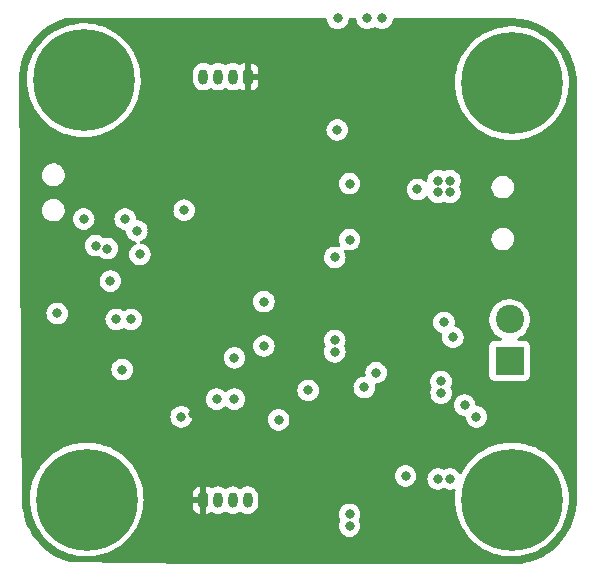
<source format=gbr>
%TF.GenerationSoftware,KiCad,Pcbnew,(6.0.5-0)*%
%TF.CreationDate,2022-07-05T17:16:21+02:00*%
%TF.ProjectId,HWCorso,4857436f-7273-46f2-9e6b-696361645f70,rev?*%
%TF.SameCoordinates,Original*%
%TF.FileFunction,Copper,L3,Inr*%
%TF.FilePolarity,Positive*%
%FSLAX46Y46*%
G04 Gerber Fmt 4.6, Leading zero omitted, Abs format (unit mm)*
G04 Created by KiCad (PCBNEW (6.0.5-0)) date 2022-07-05 17:16:21*
%MOMM*%
%LPD*%
G01*
G04 APERTURE LIST*
G04 Aperture macros list*
%AMRoundRect*
0 Rectangle with rounded corners*
0 $1 Rounding radius*
0 $2 $3 $4 $5 $6 $7 $8 $9 X,Y pos of 4 corners*
0 Add a 4 corners polygon primitive as box body*
4,1,4,$2,$3,$4,$5,$6,$7,$8,$9,$2,$3,0*
0 Add four circle primitives for the rounded corners*
1,1,$1+$1,$2,$3*
1,1,$1+$1,$4,$5*
1,1,$1+$1,$6,$7*
1,1,$1+$1,$8,$9*
0 Add four rect primitives between the rounded corners*
20,1,$1+$1,$2,$3,$4,$5,0*
20,1,$1+$1,$4,$5,$6,$7,0*
20,1,$1+$1,$6,$7,$8,$9,0*
20,1,$1+$1,$8,$9,$2,$3,0*%
G04 Aperture macros list end*
%TA.AperFunction,ComponentPad*%
%ADD10C,8.600000*%
%TD*%
%TA.AperFunction,ComponentPad*%
%ADD11C,0.900000*%
%TD*%
%TA.AperFunction,ComponentPad*%
%ADD12RoundRect,0.200000X-0.200000X-0.450000X0.200000X-0.450000X0.200000X0.450000X-0.200000X0.450000X0*%
%TD*%
%TA.AperFunction,ComponentPad*%
%ADD13O,0.800000X1.300000*%
%TD*%
%TA.AperFunction,ComponentPad*%
%ADD14R,2.400000X2.400000*%
%TD*%
%TA.AperFunction,ComponentPad*%
%ADD15C,2.400000*%
%TD*%
%TA.AperFunction,ComponentPad*%
%ADD16RoundRect,0.200000X0.200000X0.450000X-0.200000X0.450000X-0.200000X-0.450000X0.200000X-0.450000X0*%
%TD*%
%TA.AperFunction,ViaPad*%
%ADD17C,0.800000*%
%TD*%
G04 APERTURE END LIST*
D10*
%TO.N,GND*%
%TO.C,H3*%
X95500000Y-115000000D03*
D11*
X95500000Y-118225000D03*
X93219581Y-117280419D03*
X95500000Y-111775000D03*
X92275000Y-115000000D03*
X93219581Y-112719581D03*
X97780419Y-117280419D03*
X98725000Y-115000000D03*
X97780419Y-112719581D03*
%TD*%
%TO.N,GND*%
%TO.C,H2*%
X57219581Y-112719581D03*
D10*
X59500000Y-115000000D03*
D11*
X56275000Y-115000000D03*
X62725000Y-115000000D03*
X61780419Y-117280419D03*
X59500000Y-111775000D03*
X61780419Y-112719581D03*
X57219581Y-117280419D03*
X59500000Y-118225000D03*
%TD*%
%TO.N,GND*%
%TO.C,H1*%
X92275000Y-79750000D03*
X95500000Y-82975000D03*
X93219581Y-77469581D03*
X95500000Y-76525000D03*
X98725000Y-79750000D03*
X93219581Y-82030419D03*
X97780419Y-77469581D03*
D10*
X95500000Y-79750000D03*
D11*
X97780419Y-82030419D03*
%TD*%
D12*
%TO.N,BUCK_VOUT_3V3*%
%TO.C,J5*%
X69375000Y-115050000D03*
D13*
%TO.N,USART6_TX*%
X70625000Y-115050000D03*
%TO.N,USART6_RX*%
X71875000Y-115050000D03*
%TO.N,GND*%
X73125000Y-115050000D03*
%TD*%
D14*
%TO.N,+12V*%
%TO.C,J2*%
X95300000Y-103250000D03*
D15*
%TO.N,GND*%
X95300000Y-99750000D03*
%TD*%
D16*
%TO.N,BUCK_VOUT_3V3*%
%TO.C,J3*%
X73125000Y-79200000D03*
D13*
%TO.N,I2C1_SCL*%
X71875000Y-79200000D03*
%TO.N,I2C1_SDA*%
X70625000Y-79200000D03*
%TO.N,GND*%
X69375000Y-79200000D03*
%TD*%
D10*
%TO.N,GND*%
%TO.C,H4*%
X59250000Y-79500000D03*
D11*
X56969581Y-81780419D03*
X61530419Y-77219581D03*
X56025000Y-79500000D03*
X59250000Y-82725000D03*
X56969581Y-77219581D03*
X61530419Y-81780419D03*
X62475000Y-79500000D03*
X59250000Y-76275000D03*
%TD*%
D17*
%TO.N,GND*%
X80750000Y-74250000D03*
X84500000Y-74250000D03*
X83250000Y-74250000D03*
%TO.N,BUCK_VOUT_3V3*%
X86750000Y-76000000D03*
%TO.N,NRST*%
X81750000Y-88250000D03*
X80710000Y-83710000D03*
%TO.N,USART6_TX*%
X70500000Y-106500000D03*
%TO.N,GND*%
X87500000Y-88750000D03*
X61500000Y-96500000D03*
X57000000Y-99250000D03*
%TO.N,USART6_TX*%
X74500000Y-102000000D03*
%TO.N,USART6_RX*%
X72000000Y-106500000D03*
X72000000Y-103000000D03*
%TO.N,GND*%
X89250000Y-89000000D03*
X89250000Y-88000000D03*
X90250000Y-88000000D03*
X90250000Y-89000000D03*
X86500000Y-113000000D03*
X62000000Y-99750000D03*
X63250000Y-99750000D03*
X67750000Y-90500000D03*
X78250000Y-105750000D03*
X75750000Y-108250000D03*
X67500000Y-108000000D03*
X62500000Y-104000000D03*
X81750000Y-117250000D03*
X81750000Y-116250000D03*
X90250000Y-113250000D03*
X89250000Y-113250000D03*
X90500000Y-101250000D03*
X89750000Y-100000000D03*
X92500000Y-108000000D03*
X91500000Y-107000000D03*
X89500000Y-106000000D03*
X89500000Y-105000000D03*
X84000000Y-104250000D03*
X83000000Y-105500000D03*
X80500000Y-102500000D03*
X80500000Y-101500000D03*
X80500000Y-94500000D03*
X61250000Y-93750000D03*
X59250000Y-91250000D03*
X62750000Y-91250000D03*
X63750000Y-92250000D03*
X64000000Y-94250000D03*
X60250000Y-93500000D03*
%TO.N,BUCK_VOUT_3V3*%
X80500000Y-100250000D03*
X80500000Y-99000000D03*
X84750000Y-115750000D03*
X86000000Y-116750000D03*
X76500000Y-116750000D03*
X77750000Y-118250000D03*
X81250000Y-112500000D03*
X81250000Y-113750000D03*
X77500000Y-112500000D03*
X77500000Y-113750000D03*
X79250000Y-94250000D03*
X60000000Y-86750000D03*
X76500000Y-105000000D03*
X68500000Y-107750000D03*
X59250000Y-103500000D03*
X58500000Y-102750000D03*
X62250000Y-95250000D03*
X66500000Y-90500000D03*
X65000000Y-92250000D03*
X66000000Y-92250000D03*
X68000000Y-86250000D03*
X75000000Y-86250000D03*
%TO.N,NRST*%
X74500000Y-98250000D03*
X81750000Y-93000000D03*
%TD*%
%TA.AperFunction,Conductor*%
%TO.N,BUCK_VOUT_3V3*%
G36*
X79791166Y-74270002D02*
G01*
X79837659Y-74323658D01*
X79848355Y-74362829D01*
X79856458Y-74439928D01*
X79915473Y-74621556D01*
X80010960Y-74786944D01*
X80015378Y-74791851D01*
X80015379Y-74791852D01*
X80134325Y-74923955D01*
X80138747Y-74928866D01*
X80293248Y-75041118D01*
X80299276Y-75043802D01*
X80299278Y-75043803D01*
X80461681Y-75116109D01*
X80467712Y-75118794D01*
X80561113Y-75138647D01*
X80648056Y-75157128D01*
X80648061Y-75157128D01*
X80654513Y-75158500D01*
X80845487Y-75158500D01*
X80851939Y-75157128D01*
X80851944Y-75157128D01*
X80938887Y-75138647D01*
X81032288Y-75118794D01*
X81038319Y-75116109D01*
X81200722Y-75043803D01*
X81200724Y-75043802D01*
X81206752Y-75041118D01*
X81361253Y-74928866D01*
X81365675Y-74923955D01*
X81484621Y-74791852D01*
X81484622Y-74791851D01*
X81489040Y-74786944D01*
X81584527Y-74621556D01*
X81643542Y-74439928D01*
X81651645Y-74362829D01*
X81678658Y-74297173D01*
X81736879Y-74256543D01*
X81776955Y-74250000D01*
X82223045Y-74250000D01*
X82291166Y-74270002D01*
X82337659Y-74323658D01*
X82348355Y-74362829D01*
X82356458Y-74439928D01*
X82415473Y-74621556D01*
X82510960Y-74786944D01*
X82515378Y-74791851D01*
X82515379Y-74791852D01*
X82634325Y-74923955D01*
X82638747Y-74928866D01*
X82793248Y-75041118D01*
X82799276Y-75043802D01*
X82799278Y-75043803D01*
X82961681Y-75116109D01*
X82967712Y-75118794D01*
X83061113Y-75138647D01*
X83148056Y-75157128D01*
X83148061Y-75157128D01*
X83154513Y-75158500D01*
X83345487Y-75158500D01*
X83351939Y-75157128D01*
X83351944Y-75157128D01*
X83438887Y-75138647D01*
X83532288Y-75118794D01*
X83538319Y-75116109D01*
X83700722Y-75043803D01*
X83700724Y-75043802D01*
X83706752Y-75041118D01*
X83800939Y-74972687D01*
X83867807Y-74948828D01*
X83936958Y-74964909D01*
X83949061Y-74972687D01*
X84043248Y-75041118D01*
X84049276Y-75043802D01*
X84049278Y-75043803D01*
X84211681Y-75116109D01*
X84217712Y-75118794D01*
X84311113Y-75138647D01*
X84398056Y-75157128D01*
X84398061Y-75157128D01*
X84404513Y-75158500D01*
X84595487Y-75158500D01*
X84601939Y-75157128D01*
X84601944Y-75157128D01*
X84688887Y-75138647D01*
X84782288Y-75118794D01*
X84788319Y-75116109D01*
X84950722Y-75043803D01*
X84950724Y-75043802D01*
X84956752Y-75041118D01*
X85111253Y-74928866D01*
X85115675Y-74923955D01*
X85234621Y-74791852D01*
X85234622Y-74791851D01*
X85239040Y-74786944D01*
X85334527Y-74621556D01*
X85393542Y-74439928D01*
X85401645Y-74362829D01*
X85428658Y-74297173D01*
X85486879Y-74256543D01*
X85526955Y-74250000D01*
X94265283Y-74250000D01*
X94266152Y-74250003D01*
X95449317Y-74258163D01*
X95467832Y-74259660D01*
X95484849Y-74262310D01*
X95484855Y-74262310D01*
X95493724Y-74263691D01*
X95514664Y-74260953D01*
X95536202Y-74259997D01*
X95724026Y-74267766D01*
X95948278Y-74277041D01*
X95958656Y-74277901D01*
X96199660Y-74307942D01*
X96398702Y-74332753D01*
X96408967Y-74334465D01*
X96572054Y-74368661D01*
X96842976Y-74425467D01*
X96853072Y-74428023D01*
X97278101Y-74554561D01*
X97287938Y-74557938D01*
X97701081Y-74719147D01*
X97710581Y-74723314D01*
X98083710Y-74905726D01*
X98108983Y-74918081D01*
X98118139Y-74923036D01*
X98206341Y-74975593D01*
X98499085Y-75150030D01*
X98507804Y-75155726D01*
X98868705Y-75413405D01*
X98876923Y-75419801D01*
X99215326Y-75706413D01*
X99222987Y-75713467D01*
X99536533Y-76027013D01*
X99543587Y-76034674D01*
X99830199Y-76373077D01*
X99836595Y-76381295D01*
X100094274Y-76742196D01*
X100099970Y-76750915D01*
X100326963Y-77131859D01*
X100331918Y-77141015D01*
X100470907Y-77425321D01*
X100526682Y-77539411D01*
X100530853Y-77548919D01*
X100692062Y-77962062D01*
X100695439Y-77971899D01*
X100821977Y-78396928D01*
X100824533Y-78407024D01*
X100874983Y-78647630D01*
X100915534Y-78841030D01*
X100917247Y-78851298D01*
X100928803Y-78944001D01*
X100972099Y-79291344D01*
X100972959Y-79301722D01*
X100976065Y-79376811D01*
X100989585Y-79703691D01*
X100989694Y-79706335D01*
X100988302Y-79730920D01*
X100986309Y-79743724D01*
X100987473Y-79752626D01*
X100987473Y-79752628D01*
X100990436Y-79775283D01*
X100991500Y-79791621D01*
X100991500Y-114950633D01*
X100990000Y-114970018D01*
X100987690Y-114984851D01*
X100987690Y-114984855D01*
X100986309Y-114993724D01*
X100989047Y-115014659D01*
X100990003Y-115036205D01*
X100972959Y-115448278D01*
X100972099Y-115458656D01*
X100946345Y-115665271D01*
X100919773Y-115878444D01*
X100917248Y-115898698D01*
X100915535Y-115908967D01*
X100845404Y-116243435D01*
X100824533Y-116342976D01*
X100821977Y-116353072D01*
X100695439Y-116778101D01*
X100692062Y-116787938D01*
X100530853Y-117201081D01*
X100526686Y-117210581D01*
X100483391Y-117299142D01*
X100331919Y-117608983D01*
X100326963Y-117618141D01*
X100099970Y-117999085D01*
X100094274Y-118007804D01*
X99836595Y-118368705D01*
X99830199Y-118376923D01*
X99543587Y-118715326D01*
X99536533Y-118722987D01*
X99222987Y-119036533D01*
X99215326Y-119043587D01*
X98876923Y-119330199D01*
X98868705Y-119336595D01*
X98507804Y-119594274D01*
X98499085Y-119599970D01*
X98416238Y-119649336D01*
X98260676Y-119742031D01*
X98118141Y-119826963D01*
X98108985Y-119831918D01*
X97710581Y-120026686D01*
X97701081Y-120030853D01*
X97287938Y-120192062D01*
X97278101Y-120195439D01*
X96853072Y-120321977D01*
X96842975Y-120324533D01*
X96408967Y-120415535D01*
X96398702Y-120417247D01*
X96234674Y-120437693D01*
X95958656Y-120472099D01*
X95948278Y-120472959D01*
X95770676Y-120480305D01*
X95543661Y-120489694D01*
X95519080Y-120488302D01*
X95506276Y-120486309D01*
X95497374Y-120487473D01*
X95497372Y-120487473D01*
X95482323Y-120489441D01*
X95474714Y-120490436D01*
X95458379Y-120491500D01*
X68965516Y-120491500D01*
X68963516Y-120491484D01*
X58156513Y-120319944D01*
X58122560Y-120314722D01*
X57721899Y-120195439D01*
X57712062Y-120192062D01*
X57298919Y-120030853D01*
X57289419Y-120026686D01*
X56891015Y-119831918D01*
X56881859Y-119826963D01*
X56739325Y-119742031D01*
X56583762Y-119649336D01*
X56500915Y-119599970D01*
X56492196Y-119594274D01*
X56131295Y-119336595D01*
X56123077Y-119330199D01*
X55784674Y-119043587D01*
X55777013Y-119036533D01*
X55463467Y-118722987D01*
X55456413Y-118715326D01*
X55169801Y-118376923D01*
X55163405Y-118368705D01*
X54905726Y-118007804D01*
X54900030Y-117999085D01*
X54673037Y-117618141D01*
X54668081Y-117608983D01*
X54516609Y-117299142D01*
X54473314Y-117210581D01*
X54469147Y-117201081D01*
X54307938Y-116787938D01*
X54304561Y-116778101D01*
X54178023Y-116353072D01*
X54175467Y-116342976D01*
X54154596Y-116243435D01*
X54084465Y-115908967D01*
X54082752Y-115898698D01*
X54080228Y-115878444D01*
X54053655Y-115665271D01*
X54027901Y-115458656D01*
X54027041Y-115448278D01*
X54010462Y-115047439D01*
X54012100Y-115021329D01*
X54012769Y-115017351D01*
X54012770Y-115017345D01*
X54013576Y-115012552D01*
X54013729Y-115000000D01*
X54012831Y-114993724D01*
X54009452Y-114970137D01*
X54008182Y-114953160D01*
X54007625Y-114874001D01*
X54688302Y-114874001D01*
X54696151Y-115302233D01*
X54742036Y-115728071D01*
X54742582Y-115730817D01*
X54742583Y-115730822D01*
X54770809Y-115872721D01*
X54825594Y-116148144D01*
X54946163Y-116559127D01*
X54947190Y-116561740D01*
X54947190Y-116561741D01*
X55087856Y-116919757D01*
X55102789Y-116957765D01*
X55104044Y-116960276D01*
X55272161Y-117296731D01*
X55294231Y-117340901D01*
X55518974Y-117705502D01*
X55775239Y-118048682D01*
X55777100Y-118050760D01*
X55777101Y-118050761D01*
X56059127Y-118365637D01*
X56059133Y-118365643D01*
X56060995Y-118367722D01*
X56063046Y-118369638D01*
X56063047Y-118369639D01*
X56112306Y-118415654D01*
X56373981Y-118660098D01*
X56711719Y-118923493D01*
X57071533Y-119155822D01*
X57074012Y-119157126D01*
X57074015Y-119157128D01*
X57448077Y-119353932D01*
X57448083Y-119353935D01*
X57450577Y-119355247D01*
X57453175Y-119356331D01*
X57453179Y-119356333D01*
X57843263Y-119519109D01*
X57843268Y-119519111D01*
X57845847Y-119520187D01*
X57848512Y-119521030D01*
X57848518Y-119521032D01*
X58070561Y-119591254D01*
X58254214Y-119649336D01*
X58672446Y-119741673D01*
X58675220Y-119742031D01*
X58675221Y-119742031D01*
X59094460Y-119796109D01*
X59094467Y-119796110D01*
X59097230Y-119796466D01*
X59100017Y-119796576D01*
X59100023Y-119796576D01*
X59348238Y-119806328D01*
X59525203Y-119813281D01*
X59527995Y-119813142D01*
X59528000Y-119813142D01*
X59950172Y-119792125D01*
X59950181Y-119792124D01*
X59952976Y-119791985D01*
X59955753Y-119791597D01*
X59955755Y-119791597D01*
X60078847Y-119774407D01*
X60377163Y-119732747D01*
X60794404Y-119636036D01*
X61008307Y-119565915D01*
X61198744Y-119503487D01*
X61198750Y-119503485D01*
X61201397Y-119502617D01*
X61594918Y-119333547D01*
X61971852Y-119130164D01*
X62329214Y-118894080D01*
X62664175Y-118627162D01*
X62974082Y-118331525D01*
X62975919Y-118329431D01*
X62975927Y-118329422D01*
X63254635Y-118011616D01*
X63256482Y-118009510D01*
X63260825Y-118003566D01*
X63507490Y-117665923D01*
X63509139Y-117663666D01*
X63531046Y-117627279D01*
X63728601Y-117299142D01*
X63728606Y-117299133D01*
X63730052Y-117296731D01*
X63752794Y-117250000D01*
X80836496Y-117250000D01*
X80856458Y-117439928D01*
X80915473Y-117621556D01*
X81010960Y-117786944D01*
X81138747Y-117928866D01*
X81293248Y-118041118D01*
X81299276Y-118043802D01*
X81299278Y-118043803D01*
X81461681Y-118116109D01*
X81467712Y-118118794D01*
X81561112Y-118138647D01*
X81648056Y-118157128D01*
X81648061Y-118157128D01*
X81654513Y-118158500D01*
X81845487Y-118158500D01*
X81851939Y-118157128D01*
X81851944Y-118157128D01*
X81938888Y-118138647D01*
X82032288Y-118118794D01*
X82038319Y-118116109D01*
X82200722Y-118043803D01*
X82200724Y-118043802D01*
X82206752Y-118041118D01*
X82361253Y-117928866D01*
X82489040Y-117786944D01*
X82584527Y-117621556D01*
X82643542Y-117439928D01*
X82663504Y-117250000D01*
X82643542Y-117060072D01*
X82584527Y-116878444D01*
X82546743Y-116813000D01*
X82530005Y-116744005D01*
X82546743Y-116687000D01*
X82581223Y-116627279D01*
X82581224Y-116627278D01*
X82584527Y-116621556D01*
X82643542Y-116439928D01*
X82663504Y-116250000D01*
X82652509Y-116145388D01*
X82644232Y-116066635D01*
X82644232Y-116066633D01*
X82643542Y-116060072D01*
X82584527Y-115878444D01*
X82489040Y-115713056D01*
X82361253Y-115571134D01*
X82206752Y-115458882D01*
X82200724Y-115456198D01*
X82200722Y-115456197D01*
X82038319Y-115383891D01*
X82038318Y-115383891D01*
X82032288Y-115381206D01*
X81938887Y-115361353D01*
X81851944Y-115342872D01*
X81851939Y-115342872D01*
X81845487Y-115341500D01*
X81654513Y-115341500D01*
X81648061Y-115342872D01*
X81648056Y-115342872D01*
X81561113Y-115361353D01*
X81467712Y-115381206D01*
X81461682Y-115383891D01*
X81461681Y-115383891D01*
X81299278Y-115456197D01*
X81299276Y-115456198D01*
X81293248Y-115458882D01*
X81138747Y-115571134D01*
X81010960Y-115713056D01*
X80915473Y-115878444D01*
X80856458Y-116060072D01*
X80855768Y-116066633D01*
X80855768Y-116066635D01*
X80847491Y-116145388D01*
X80836496Y-116250000D01*
X80856458Y-116439928D01*
X80915473Y-116621556D01*
X80918776Y-116627278D01*
X80918777Y-116627279D01*
X80953257Y-116687000D01*
X80969995Y-116755995D01*
X80953257Y-116813000D01*
X80915473Y-116878444D01*
X80856458Y-117060072D01*
X80836496Y-117250000D01*
X63752794Y-117250000D01*
X63917471Y-116911611D01*
X64025763Y-116627279D01*
X64068918Y-116513971D01*
X64068920Y-116513964D01*
X64069914Y-116511355D01*
X64186173Y-116099132D01*
X64192284Y-116066635D01*
X64264811Y-115680954D01*
X64264813Y-115680942D01*
X64265327Y-115678207D01*
X64277425Y-115553705D01*
X68467001Y-115553705D01*
X68467264Y-115559454D01*
X68473132Y-115623315D01*
X68475743Y-115636351D01*
X68522715Y-115786243D01*
X68528921Y-115799988D01*
X68609824Y-115933574D01*
X68619131Y-115945443D01*
X68729557Y-116055869D01*
X68741426Y-116065176D01*
X68875012Y-116146079D01*
X68888757Y-116152285D01*
X69038644Y-116199256D01*
X69051694Y-116201869D01*
X69106586Y-116206913D01*
X69118124Y-116203525D01*
X69119329Y-116202135D01*
X69121000Y-116194452D01*
X69121000Y-116189884D01*
X69629000Y-116189884D01*
X69633475Y-116205123D01*
X69634865Y-116206328D01*
X69639294Y-116207291D01*
X69698315Y-116201868D01*
X69711351Y-116199257D01*
X69861243Y-116152285D01*
X69874988Y-116146079D01*
X70004578Y-116067596D01*
X70073208Y-116049417D01*
X70143911Y-116073436D01*
X70168248Y-116091118D01*
X70174276Y-116093802D01*
X70174278Y-116093803D01*
X70192296Y-116101825D01*
X70342712Y-116168794D01*
X70436112Y-116188647D01*
X70523056Y-116207128D01*
X70523061Y-116207128D01*
X70529513Y-116208500D01*
X70720487Y-116208500D01*
X70726939Y-116207128D01*
X70726944Y-116207128D01*
X70813888Y-116188647D01*
X70907288Y-116168794D01*
X71057704Y-116101825D01*
X71075722Y-116093803D01*
X71075724Y-116093802D01*
X71081752Y-116091118D01*
X71175939Y-116022687D01*
X71242807Y-115998828D01*
X71311958Y-116014909D01*
X71324061Y-116022687D01*
X71418248Y-116091118D01*
X71424276Y-116093802D01*
X71424278Y-116093803D01*
X71442296Y-116101825D01*
X71592712Y-116168794D01*
X71686112Y-116188647D01*
X71773056Y-116207128D01*
X71773061Y-116207128D01*
X71779513Y-116208500D01*
X71970487Y-116208500D01*
X71976939Y-116207128D01*
X71976944Y-116207128D01*
X72063888Y-116188647D01*
X72157288Y-116168794D01*
X72307704Y-116101825D01*
X72325722Y-116093803D01*
X72325724Y-116093802D01*
X72331752Y-116091118D01*
X72425939Y-116022687D01*
X72492807Y-115998828D01*
X72561958Y-116014909D01*
X72574061Y-116022687D01*
X72668248Y-116091118D01*
X72674276Y-116093802D01*
X72674278Y-116093803D01*
X72692296Y-116101825D01*
X72842712Y-116168794D01*
X72936112Y-116188647D01*
X73023056Y-116207128D01*
X73023061Y-116207128D01*
X73029513Y-116208500D01*
X73220487Y-116208500D01*
X73226939Y-116207128D01*
X73226944Y-116207128D01*
X73313888Y-116188647D01*
X73407288Y-116168794D01*
X73557704Y-116101825D01*
X73575722Y-116093803D01*
X73575724Y-116093802D01*
X73581752Y-116091118D01*
X73736253Y-115978866D01*
X73864040Y-115836944D01*
X73959527Y-115671556D01*
X74018542Y-115489928D01*
X74033500Y-115347610D01*
X74033500Y-114752390D01*
X74018542Y-114610072D01*
X73959527Y-114428444D01*
X73864040Y-114263056D01*
X73769898Y-114158500D01*
X73740675Y-114126045D01*
X73740674Y-114126044D01*
X73736253Y-114121134D01*
X73581752Y-114008882D01*
X73575724Y-114006198D01*
X73575722Y-114006197D01*
X73413319Y-113933891D01*
X73413318Y-113933891D01*
X73407288Y-113931206D01*
X73308068Y-113910116D01*
X73226944Y-113892872D01*
X73226939Y-113892872D01*
X73220487Y-113891500D01*
X73029513Y-113891500D01*
X73023061Y-113892872D01*
X73023056Y-113892872D01*
X72941932Y-113910116D01*
X72842712Y-113931206D01*
X72836682Y-113933891D01*
X72836681Y-113933891D01*
X72674278Y-114006197D01*
X72674276Y-114006198D01*
X72668248Y-114008882D01*
X72662907Y-114012762D01*
X72662906Y-114012763D01*
X72574061Y-114077313D01*
X72507193Y-114101172D01*
X72438042Y-114085091D01*
X72425939Y-114077313D01*
X72337094Y-114012763D01*
X72337093Y-114012762D01*
X72331752Y-114008882D01*
X72325724Y-114006198D01*
X72325722Y-114006197D01*
X72163319Y-113933891D01*
X72163318Y-113933891D01*
X72157288Y-113931206D01*
X72058068Y-113910116D01*
X71976944Y-113892872D01*
X71976939Y-113892872D01*
X71970487Y-113891500D01*
X71779513Y-113891500D01*
X71773061Y-113892872D01*
X71773056Y-113892872D01*
X71691932Y-113910116D01*
X71592712Y-113931206D01*
X71586682Y-113933891D01*
X71586681Y-113933891D01*
X71424278Y-114006197D01*
X71424276Y-114006198D01*
X71418248Y-114008882D01*
X71412907Y-114012762D01*
X71412906Y-114012763D01*
X71324061Y-114077313D01*
X71257193Y-114101172D01*
X71188042Y-114085091D01*
X71175939Y-114077313D01*
X71087094Y-114012763D01*
X71087093Y-114012762D01*
X71081752Y-114008882D01*
X71075724Y-114006198D01*
X71075722Y-114006197D01*
X70913319Y-113933891D01*
X70913318Y-113933891D01*
X70907288Y-113931206D01*
X70808068Y-113910116D01*
X70726944Y-113892872D01*
X70726939Y-113892872D01*
X70720487Y-113891500D01*
X70529513Y-113891500D01*
X70523061Y-113892872D01*
X70523056Y-113892872D01*
X70441932Y-113910116D01*
X70342712Y-113931206D01*
X70336682Y-113933891D01*
X70336681Y-113933891D01*
X70174278Y-114006197D01*
X70174276Y-114006198D01*
X70168248Y-114008882D01*
X70162907Y-114012762D01*
X70162906Y-114012763D01*
X70143911Y-114026564D01*
X70077044Y-114050422D01*
X70004578Y-114032404D01*
X69874988Y-113953921D01*
X69861243Y-113947715D01*
X69711356Y-113900744D01*
X69698306Y-113898131D01*
X69643414Y-113893087D01*
X69631876Y-113896475D01*
X69630671Y-113897865D01*
X69629000Y-113905548D01*
X69629000Y-116189884D01*
X69121000Y-116189884D01*
X69121000Y-115322115D01*
X69116525Y-115306876D01*
X69115135Y-115305671D01*
X69107452Y-115304000D01*
X68485116Y-115304000D01*
X68469877Y-115308475D01*
X68468672Y-115309865D01*
X68467001Y-115317548D01*
X68467001Y-115553705D01*
X64277425Y-115553705D01*
X64306750Y-115251911D01*
X64312449Y-115034293D01*
X64313289Y-115002234D01*
X64313289Y-115002220D01*
X64313347Y-115000000D01*
X64303455Y-114777885D01*
X68467000Y-114777885D01*
X68471475Y-114793124D01*
X68472865Y-114794329D01*
X68480548Y-114796000D01*
X69102885Y-114796000D01*
X69118124Y-114791525D01*
X69119329Y-114790135D01*
X69121000Y-114782452D01*
X69121000Y-113910116D01*
X69116525Y-113894877D01*
X69115135Y-113893672D01*
X69110706Y-113892709D01*
X69051685Y-113898132D01*
X69038649Y-113900743D01*
X68888757Y-113947715D01*
X68875012Y-113953921D01*
X68741426Y-114034824D01*
X68729557Y-114044131D01*
X68619131Y-114154557D01*
X68609824Y-114166426D01*
X68528921Y-114300012D01*
X68522715Y-114313757D01*
X68475744Y-114463644D01*
X68473131Y-114476694D01*
X68467266Y-114540521D01*
X68467000Y-114546309D01*
X68467000Y-114777885D01*
X64303455Y-114777885D01*
X64294291Y-114572121D01*
X64237275Y-114147630D01*
X64234735Y-114136402D01*
X64143368Y-113732618D01*
X64143368Y-113732617D01*
X64142750Y-113729887D01*
X64082197Y-113541852D01*
X64012318Y-113324856D01*
X64012316Y-113324849D01*
X64011463Y-113322202D01*
X63875028Y-113000000D01*
X85586496Y-113000000D01*
X85587186Y-113006565D01*
X85593500Y-113066635D01*
X85606458Y-113189928D01*
X85665473Y-113371556D01*
X85760960Y-113536944D01*
X85888747Y-113678866D01*
X86043248Y-113791118D01*
X86049276Y-113793802D01*
X86049278Y-113793803D01*
X86211681Y-113866109D01*
X86217712Y-113868794D01*
X86311112Y-113888647D01*
X86398056Y-113907128D01*
X86398061Y-113907128D01*
X86404513Y-113908500D01*
X86595487Y-113908500D01*
X86601939Y-113907128D01*
X86601944Y-113907128D01*
X86688888Y-113888647D01*
X86782288Y-113868794D01*
X86788319Y-113866109D01*
X86950722Y-113793803D01*
X86950724Y-113793802D01*
X86956752Y-113791118D01*
X87111253Y-113678866D01*
X87239040Y-113536944D01*
X87334527Y-113371556D01*
X87374023Y-113250000D01*
X88336496Y-113250000D01*
X88356458Y-113439928D01*
X88415473Y-113621556D01*
X88510960Y-113786944D01*
X88515378Y-113791851D01*
X88515379Y-113791852D01*
X88611073Y-113898131D01*
X88638747Y-113928866D01*
X88737843Y-114000864D01*
X88750000Y-114009696D01*
X88793248Y-114041118D01*
X88799276Y-114043802D01*
X88799278Y-114043803D01*
X88928132Y-114101172D01*
X88967712Y-114118794D01*
X89050551Y-114136402D01*
X89148056Y-114157128D01*
X89148061Y-114157128D01*
X89154513Y-114158500D01*
X89345487Y-114158500D01*
X89351939Y-114157128D01*
X89351944Y-114157128D01*
X89449449Y-114136402D01*
X89532288Y-114118794D01*
X89698752Y-114044680D01*
X89769118Y-114035246D01*
X89801247Y-114044680D01*
X89967712Y-114118794D01*
X90050551Y-114136402D01*
X90148056Y-114157128D01*
X90148061Y-114157128D01*
X90154513Y-114158500D01*
X90345487Y-114158500D01*
X90351939Y-114157128D01*
X90351944Y-114157128D01*
X90449449Y-114136402D01*
X90532288Y-114118794D01*
X90538315Y-114116111D01*
X90538323Y-114116108D01*
X90577186Y-114098805D01*
X90647553Y-114089371D01*
X90711850Y-114119478D01*
X90749663Y-114179567D01*
X90752831Y-114233948D01*
X90718552Y-114446768D01*
X90688302Y-114874001D01*
X90696151Y-115302233D01*
X90742036Y-115728071D01*
X90742582Y-115730817D01*
X90742583Y-115730822D01*
X90770809Y-115872721D01*
X90825594Y-116148144D01*
X90946163Y-116559127D01*
X90947190Y-116561740D01*
X90947190Y-116561741D01*
X91087856Y-116919757D01*
X91102789Y-116957765D01*
X91104044Y-116960276D01*
X91272161Y-117296731D01*
X91294231Y-117340901D01*
X91518974Y-117705502D01*
X91775239Y-118048682D01*
X91777100Y-118050760D01*
X91777101Y-118050761D01*
X92059127Y-118365637D01*
X92059133Y-118365643D01*
X92060995Y-118367722D01*
X92063046Y-118369638D01*
X92063047Y-118369639D01*
X92112306Y-118415654D01*
X92373981Y-118660098D01*
X92711719Y-118923493D01*
X93071533Y-119155822D01*
X93074012Y-119157126D01*
X93074015Y-119157128D01*
X93448077Y-119353932D01*
X93448083Y-119353935D01*
X93450577Y-119355247D01*
X93453175Y-119356331D01*
X93453179Y-119356333D01*
X93843263Y-119519109D01*
X93843268Y-119519111D01*
X93845847Y-119520187D01*
X93848512Y-119521030D01*
X93848518Y-119521032D01*
X94070561Y-119591254D01*
X94254214Y-119649336D01*
X94672446Y-119741673D01*
X94675220Y-119742031D01*
X94675221Y-119742031D01*
X95094460Y-119796109D01*
X95094467Y-119796110D01*
X95097230Y-119796466D01*
X95100017Y-119796576D01*
X95100023Y-119796576D01*
X95348238Y-119806328D01*
X95525203Y-119813281D01*
X95527995Y-119813142D01*
X95528000Y-119813142D01*
X95950172Y-119792125D01*
X95950181Y-119792124D01*
X95952976Y-119791985D01*
X95955753Y-119791597D01*
X95955755Y-119791597D01*
X96078847Y-119774407D01*
X96377163Y-119732747D01*
X96794404Y-119636036D01*
X97008307Y-119565915D01*
X97198744Y-119503487D01*
X97198750Y-119503485D01*
X97201397Y-119502617D01*
X97594918Y-119333547D01*
X97971852Y-119130164D01*
X98329214Y-118894080D01*
X98664175Y-118627162D01*
X98974082Y-118331525D01*
X98975919Y-118329431D01*
X98975927Y-118329422D01*
X99254635Y-118011616D01*
X99256482Y-118009510D01*
X99260825Y-118003566D01*
X99507490Y-117665923D01*
X99509139Y-117663666D01*
X99531046Y-117627279D01*
X99728601Y-117299142D01*
X99728606Y-117299133D01*
X99730052Y-117296731D01*
X99917471Y-116911611D01*
X100025763Y-116627279D01*
X100068918Y-116513971D01*
X100068920Y-116513964D01*
X100069914Y-116511355D01*
X100186173Y-116099132D01*
X100192284Y-116066635D01*
X100264811Y-115680954D01*
X100264813Y-115680942D01*
X100265327Y-115678207D01*
X100306750Y-115251911D01*
X100312449Y-115034293D01*
X100313289Y-115002234D01*
X100313289Y-115002220D01*
X100313347Y-115000000D01*
X100294291Y-114572121D01*
X100237275Y-114147630D01*
X100234735Y-114136402D01*
X100143368Y-113732618D01*
X100143368Y-113732617D01*
X100142750Y-113729887D01*
X100082197Y-113541852D01*
X100012318Y-113324856D01*
X100012316Y-113324849D01*
X100011463Y-113322202D01*
X99844456Y-112927801D01*
X99643050Y-112549807D01*
X99641516Y-112547458D01*
X99410381Y-112193573D01*
X99410378Y-112193569D01*
X99408840Y-112191214D01*
X99143680Y-111854860D01*
X98849670Y-111543409D01*
X98847579Y-111541556D01*
X98847571Y-111541548D01*
X98531237Y-111261188D01*
X98531235Y-111261186D01*
X98529137Y-111259327D01*
X98184621Y-111004863D01*
X97991733Y-110887355D01*
X97821237Y-110783487D01*
X97821230Y-110783483D01*
X97818848Y-110782032D01*
X97701514Y-110724169D01*
X97437228Y-110593838D01*
X97434714Y-110592598D01*
X97035262Y-110438062D01*
X96788678Y-110367122D01*
X96626335Y-110320417D01*
X96626329Y-110320415D01*
X96623654Y-110319646D01*
X96620917Y-110319117D01*
X96620911Y-110319115D01*
X96475828Y-110291046D01*
X96203148Y-110238289D01*
X96200374Y-110238005D01*
X96200362Y-110238003D01*
X95917111Y-110208982D01*
X95777076Y-110194634D01*
X95774286Y-110194597D01*
X95774278Y-110194597D01*
X95506825Y-110191096D01*
X95348809Y-110189028D01*
X95346009Y-110189241D01*
X95346008Y-110189241D01*
X95271364Y-110194919D01*
X94921740Y-110221514D01*
X94499249Y-110291836D01*
X94413671Y-110314048D01*
X94087400Y-110398731D01*
X94087389Y-110398734D01*
X94084682Y-110399437D01*
X93826575Y-110491599D01*
X93683964Y-110542520D01*
X93683959Y-110542522D01*
X93681321Y-110543464D01*
X93678781Y-110544635D01*
X93678776Y-110544637D01*
X93576930Y-110591589D01*
X93292361Y-110722777D01*
X92920880Y-110935957D01*
X92918577Y-110937566D01*
X92918570Y-110937571D01*
X92572129Y-111179701D01*
X92569820Y-111181315D01*
X92241961Y-111456909D01*
X91939899Y-111760557D01*
X91666025Y-112089855D01*
X91664431Y-112092162D01*
X91664429Y-112092164D01*
X91508862Y-112317251D01*
X91422508Y-112442194D01*
X91320163Y-112622721D01*
X91238884Y-112766088D01*
X91187887Y-112815483D01*
X91118281Y-112829467D01*
X91052165Y-112803598D01*
X91020154Y-112766947D01*
X90992341Y-112718774D01*
X90989040Y-112713056D01*
X90861253Y-112571134D01*
X90762157Y-112499136D01*
X90712094Y-112462763D01*
X90712093Y-112462762D01*
X90706752Y-112458882D01*
X90700724Y-112456198D01*
X90700722Y-112456197D01*
X90538319Y-112383891D01*
X90538318Y-112383891D01*
X90532288Y-112381206D01*
X90438887Y-112361353D01*
X90351944Y-112342872D01*
X90351939Y-112342872D01*
X90345487Y-112341500D01*
X90154513Y-112341500D01*
X90148061Y-112342872D01*
X90148056Y-112342872D01*
X90061113Y-112361353D01*
X89967712Y-112381206D01*
X89801248Y-112455320D01*
X89730882Y-112464754D01*
X89698753Y-112455320D01*
X89532288Y-112381206D01*
X89438887Y-112361353D01*
X89351944Y-112342872D01*
X89351939Y-112342872D01*
X89345487Y-112341500D01*
X89154513Y-112341500D01*
X89148061Y-112342872D01*
X89148056Y-112342872D01*
X89061113Y-112361353D01*
X88967712Y-112381206D01*
X88961682Y-112383891D01*
X88961681Y-112383891D01*
X88799278Y-112456197D01*
X88799276Y-112456198D01*
X88793248Y-112458882D01*
X88787907Y-112462762D01*
X88787906Y-112462763D01*
X88737843Y-112499136D01*
X88638747Y-112571134D01*
X88510960Y-112713056D01*
X88415473Y-112878444D01*
X88356458Y-113060072D01*
X88355768Y-113066633D01*
X88355768Y-113066635D01*
X88342810Y-113189928D01*
X88336496Y-113250000D01*
X87374023Y-113250000D01*
X87393542Y-113189928D01*
X87406501Y-113066635D01*
X87412814Y-113006565D01*
X87413504Y-113000000D01*
X87400127Y-112872721D01*
X87394232Y-112816635D01*
X87394232Y-112816633D01*
X87393542Y-112810072D01*
X87334527Y-112628444D01*
X87239040Y-112463056D01*
X87232075Y-112455320D01*
X87115675Y-112326045D01*
X87115674Y-112326044D01*
X87111253Y-112321134D01*
X86956752Y-112208882D01*
X86950724Y-112206198D01*
X86950722Y-112206197D01*
X86788319Y-112133891D01*
X86788318Y-112133891D01*
X86782288Y-112131206D01*
X86688888Y-112111353D01*
X86601944Y-112092872D01*
X86601939Y-112092872D01*
X86595487Y-112091500D01*
X86404513Y-112091500D01*
X86398061Y-112092872D01*
X86398056Y-112092872D01*
X86311113Y-112111353D01*
X86217712Y-112131206D01*
X86211682Y-112133891D01*
X86211681Y-112133891D01*
X86049278Y-112206197D01*
X86049276Y-112206198D01*
X86043248Y-112208882D01*
X85888747Y-112321134D01*
X85884326Y-112326044D01*
X85884325Y-112326045D01*
X85767926Y-112455320D01*
X85760960Y-112463056D01*
X85665473Y-112628444D01*
X85606458Y-112810072D01*
X85605768Y-112816633D01*
X85605768Y-112816635D01*
X85599873Y-112872721D01*
X85586496Y-113000000D01*
X63875028Y-113000000D01*
X63844456Y-112927801D01*
X63643050Y-112549807D01*
X63641516Y-112547458D01*
X63410381Y-112193573D01*
X63410378Y-112193569D01*
X63408840Y-112191214D01*
X63143680Y-111854860D01*
X62849670Y-111543409D01*
X62847579Y-111541556D01*
X62847571Y-111541548D01*
X62531237Y-111261188D01*
X62531235Y-111261186D01*
X62529137Y-111259327D01*
X62184621Y-111004863D01*
X61991733Y-110887355D01*
X61821237Y-110783487D01*
X61821230Y-110783483D01*
X61818848Y-110782032D01*
X61701514Y-110724169D01*
X61437228Y-110593838D01*
X61434714Y-110592598D01*
X61035262Y-110438062D01*
X60788678Y-110367122D01*
X60626335Y-110320417D01*
X60626329Y-110320415D01*
X60623654Y-110319646D01*
X60620917Y-110319117D01*
X60620911Y-110319115D01*
X60475828Y-110291046D01*
X60203148Y-110238289D01*
X60200374Y-110238005D01*
X60200362Y-110238003D01*
X59917111Y-110208982D01*
X59777076Y-110194634D01*
X59774286Y-110194597D01*
X59774278Y-110194597D01*
X59506825Y-110191096D01*
X59348809Y-110189028D01*
X59346009Y-110189241D01*
X59346008Y-110189241D01*
X59271364Y-110194919D01*
X58921740Y-110221514D01*
X58499249Y-110291836D01*
X58413671Y-110314048D01*
X58087400Y-110398731D01*
X58087389Y-110398734D01*
X58084682Y-110399437D01*
X57826575Y-110491599D01*
X57683964Y-110542520D01*
X57683959Y-110542522D01*
X57681321Y-110543464D01*
X57678781Y-110544635D01*
X57678776Y-110544637D01*
X57576930Y-110591589D01*
X57292361Y-110722777D01*
X56920880Y-110935957D01*
X56918577Y-110937566D01*
X56918570Y-110937571D01*
X56572129Y-111179701D01*
X56569820Y-111181315D01*
X56241961Y-111456909D01*
X55939899Y-111760557D01*
X55666025Y-112089855D01*
X55664431Y-112092162D01*
X55664429Y-112092164D01*
X55508862Y-112317251D01*
X55422508Y-112442194D01*
X55211276Y-112814786D01*
X55210117Y-112817335D01*
X55210115Y-112817339D01*
X55182332Y-112878444D01*
X55034002Y-113204680D01*
X55033080Y-113207306D01*
X55033075Y-113207318D01*
X54975399Y-113371556D01*
X54892089Y-113608790D01*
X54891398Y-113611510D01*
X54891397Y-113611514D01*
X54790479Y-114008882D01*
X54786661Y-114023914D01*
X54718552Y-114446768D01*
X54688302Y-114874001D01*
X54007625Y-114874001D01*
X53959216Y-108000000D01*
X66586496Y-108000000D01*
X66587186Y-108006565D01*
X66593500Y-108066635D01*
X66606458Y-108189928D01*
X66665473Y-108371556D01*
X66760960Y-108536944D01*
X66888747Y-108678866D01*
X67043248Y-108791118D01*
X67049276Y-108793802D01*
X67049278Y-108793803D01*
X67211681Y-108866109D01*
X67217712Y-108868794D01*
X67311113Y-108888647D01*
X67398056Y-108907128D01*
X67398061Y-108907128D01*
X67404513Y-108908500D01*
X67595487Y-108908500D01*
X67601939Y-108907128D01*
X67601944Y-108907128D01*
X67688887Y-108888647D01*
X67782288Y-108868794D01*
X67788319Y-108866109D01*
X67950722Y-108793803D01*
X67950724Y-108793802D01*
X67956752Y-108791118D01*
X68111253Y-108678866D01*
X68239040Y-108536944D01*
X68334527Y-108371556D01*
X68374023Y-108250000D01*
X74836496Y-108250000D01*
X74856458Y-108439928D01*
X74915473Y-108621556D01*
X75010960Y-108786944D01*
X75138747Y-108928866D01*
X75293248Y-109041118D01*
X75299276Y-109043802D01*
X75299278Y-109043803D01*
X75461681Y-109116109D01*
X75467712Y-109118794D01*
X75561112Y-109138647D01*
X75648056Y-109157128D01*
X75648061Y-109157128D01*
X75654513Y-109158500D01*
X75845487Y-109158500D01*
X75851939Y-109157128D01*
X75851944Y-109157128D01*
X75938888Y-109138647D01*
X76032288Y-109118794D01*
X76038319Y-109116109D01*
X76200722Y-109043803D01*
X76200724Y-109043802D01*
X76206752Y-109041118D01*
X76361253Y-108928866D01*
X76489040Y-108786944D01*
X76584527Y-108621556D01*
X76643542Y-108439928D01*
X76663504Y-108250000D01*
X76657190Y-108189928D01*
X76644232Y-108066635D01*
X76644232Y-108066633D01*
X76643542Y-108060072D01*
X76584527Y-107878444D01*
X76577406Y-107866109D01*
X76534109Y-107791118D01*
X76489040Y-107713056D01*
X76461752Y-107682749D01*
X76365675Y-107576045D01*
X76365674Y-107576044D01*
X76361253Y-107571134D01*
X76206752Y-107458882D01*
X76200724Y-107456198D01*
X76200722Y-107456197D01*
X76038319Y-107383891D01*
X76038318Y-107383891D01*
X76032288Y-107381206D01*
X75938888Y-107361353D01*
X75851944Y-107342872D01*
X75851939Y-107342872D01*
X75845487Y-107341500D01*
X75654513Y-107341500D01*
X75648061Y-107342872D01*
X75648056Y-107342872D01*
X75561113Y-107361353D01*
X75467712Y-107381206D01*
X75461682Y-107383891D01*
X75461681Y-107383891D01*
X75299278Y-107456197D01*
X75299276Y-107456198D01*
X75293248Y-107458882D01*
X75138747Y-107571134D01*
X75134326Y-107576044D01*
X75134325Y-107576045D01*
X75038249Y-107682749D01*
X75010960Y-107713056D01*
X74965891Y-107791118D01*
X74922595Y-107866109D01*
X74915473Y-107878444D01*
X74856458Y-108060072D01*
X74855768Y-108066633D01*
X74855768Y-108066635D01*
X74842810Y-108189928D01*
X74836496Y-108250000D01*
X68374023Y-108250000D01*
X68393542Y-108189928D01*
X68406501Y-108066635D01*
X68412814Y-108006565D01*
X68413504Y-108000000D01*
X68393542Y-107810072D01*
X68334527Y-107628444D01*
X68239040Y-107463056D01*
X68111253Y-107321134D01*
X67956752Y-107208882D01*
X67950724Y-107206198D01*
X67950722Y-107206197D01*
X67788319Y-107133891D01*
X67788318Y-107133891D01*
X67782288Y-107131206D01*
X67688888Y-107111353D01*
X67601944Y-107092872D01*
X67601939Y-107092872D01*
X67595487Y-107091500D01*
X67404513Y-107091500D01*
X67398061Y-107092872D01*
X67398056Y-107092872D01*
X67311112Y-107111353D01*
X67217712Y-107131206D01*
X67211682Y-107133891D01*
X67211681Y-107133891D01*
X67049278Y-107206197D01*
X67049276Y-107206198D01*
X67043248Y-107208882D01*
X66888747Y-107321134D01*
X66760960Y-107463056D01*
X66665473Y-107628444D01*
X66606458Y-107810072D01*
X66586496Y-108000000D01*
X53959216Y-108000000D01*
X53948653Y-106500000D01*
X69586496Y-106500000D01*
X69587186Y-106506565D01*
X69603011Y-106657128D01*
X69606458Y-106689928D01*
X69665473Y-106871556D01*
X69668776Y-106877278D01*
X69668777Y-106877279D01*
X69686803Y-106908500D01*
X69760960Y-107036944D01*
X69765378Y-107041851D01*
X69765379Y-107041852D01*
X69810082Y-107091500D01*
X69888747Y-107178866D01*
X70043248Y-107291118D01*
X70049276Y-107293802D01*
X70049278Y-107293803D01*
X70156408Y-107341500D01*
X70217712Y-107368794D01*
X70311113Y-107388647D01*
X70398056Y-107407128D01*
X70398061Y-107407128D01*
X70404513Y-107408500D01*
X70595487Y-107408500D01*
X70601939Y-107407128D01*
X70601944Y-107407128D01*
X70688887Y-107388647D01*
X70782288Y-107368794D01*
X70843592Y-107341500D01*
X70950722Y-107293803D01*
X70950724Y-107293802D01*
X70956752Y-107291118D01*
X71111253Y-107178866D01*
X71156364Y-107128765D01*
X71216810Y-107091525D01*
X71287793Y-107092877D01*
X71343636Y-107128765D01*
X71388747Y-107178866D01*
X71543248Y-107291118D01*
X71549276Y-107293802D01*
X71549278Y-107293803D01*
X71656408Y-107341500D01*
X71717712Y-107368794D01*
X71811113Y-107388647D01*
X71898056Y-107407128D01*
X71898061Y-107407128D01*
X71904513Y-107408500D01*
X72095487Y-107408500D01*
X72101939Y-107407128D01*
X72101944Y-107407128D01*
X72188887Y-107388647D01*
X72282288Y-107368794D01*
X72343592Y-107341500D01*
X72450722Y-107293803D01*
X72450724Y-107293802D01*
X72456752Y-107291118D01*
X72611253Y-107178866D01*
X72689918Y-107091500D01*
X72734621Y-107041852D01*
X72734622Y-107041851D01*
X72739040Y-107036944D01*
X72760370Y-107000000D01*
X90586496Y-107000000D01*
X90587186Y-107006565D01*
X90600030Y-107128765D01*
X90606458Y-107189928D01*
X90665473Y-107371556D01*
X90668776Y-107377278D01*
X90668777Y-107377279D01*
X90686803Y-107408500D01*
X90760960Y-107536944D01*
X90765378Y-107541851D01*
X90765379Y-107541852D01*
X90838194Y-107622721D01*
X90888747Y-107678866D01*
X91043248Y-107791118D01*
X91049276Y-107793802D01*
X91049278Y-107793803D01*
X91100560Y-107816635D01*
X91217712Y-107868794D01*
X91292680Y-107884729D01*
X91398056Y-107907128D01*
X91398061Y-107907128D01*
X91404513Y-107908500D01*
X91463428Y-107908500D01*
X91531549Y-107928502D01*
X91578042Y-107982158D01*
X91588738Y-108021329D01*
X91606458Y-108189928D01*
X91665473Y-108371556D01*
X91760960Y-108536944D01*
X91888747Y-108678866D01*
X92043248Y-108791118D01*
X92049276Y-108793802D01*
X92049278Y-108793803D01*
X92211681Y-108866109D01*
X92217712Y-108868794D01*
X92311113Y-108888647D01*
X92398056Y-108907128D01*
X92398061Y-108907128D01*
X92404513Y-108908500D01*
X92595487Y-108908500D01*
X92601939Y-108907128D01*
X92601944Y-108907128D01*
X92688887Y-108888647D01*
X92782288Y-108868794D01*
X92788319Y-108866109D01*
X92950722Y-108793803D01*
X92950724Y-108793802D01*
X92956752Y-108791118D01*
X93111253Y-108678866D01*
X93239040Y-108536944D01*
X93334527Y-108371556D01*
X93393542Y-108189928D01*
X93406501Y-108066635D01*
X93412814Y-108006565D01*
X93413504Y-108000000D01*
X93393542Y-107810072D01*
X93334527Y-107628444D01*
X93239040Y-107463056D01*
X93111253Y-107321134D01*
X92956752Y-107208882D01*
X92950724Y-107206198D01*
X92950722Y-107206197D01*
X92788319Y-107133891D01*
X92788318Y-107133891D01*
X92782288Y-107131206D01*
X92688888Y-107111353D01*
X92601944Y-107092872D01*
X92601939Y-107092872D01*
X92595487Y-107091500D01*
X92536572Y-107091500D01*
X92468451Y-107071498D01*
X92421958Y-107017842D01*
X92411262Y-106978670D01*
X92394232Y-106816635D01*
X92394232Y-106816633D01*
X92393542Y-106810072D01*
X92334527Y-106628444D01*
X92327406Y-106616109D01*
X92284109Y-106541118D01*
X92239040Y-106463056D01*
X92211752Y-106432749D01*
X92115675Y-106326045D01*
X92115674Y-106326044D01*
X92111253Y-106321134D01*
X91956752Y-106208882D01*
X91950724Y-106206198D01*
X91950722Y-106206197D01*
X91788319Y-106133891D01*
X91788318Y-106133891D01*
X91782288Y-106131206D01*
X91688888Y-106111353D01*
X91601944Y-106092872D01*
X91601939Y-106092872D01*
X91595487Y-106091500D01*
X91404513Y-106091500D01*
X91398061Y-106092872D01*
X91398056Y-106092872D01*
X91311113Y-106111353D01*
X91217712Y-106131206D01*
X91211682Y-106133891D01*
X91211681Y-106133891D01*
X91049278Y-106206197D01*
X91049276Y-106206198D01*
X91043248Y-106208882D01*
X90888747Y-106321134D01*
X90884326Y-106326044D01*
X90884325Y-106326045D01*
X90788249Y-106432749D01*
X90760960Y-106463056D01*
X90715891Y-106541118D01*
X90672595Y-106616109D01*
X90665473Y-106628444D01*
X90606458Y-106810072D01*
X90586496Y-107000000D01*
X72760370Y-107000000D01*
X72813197Y-106908500D01*
X72831223Y-106877279D01*
X72831224Y-106877278D01*
X72834527Y-106871556D01*
X72893542Y-106689928D01*
X72896990Y-106657128D01*
X72912814Y-106506565D01*
X72913504Y-106500000D01*
X72906028Y-106428866D01*
X72894232Y-106316635D01*
X72894232Y-106316633D01*
X72893542Y-106310072D01*
X72834527Y-106128444D01*
X72813990Y-106092872D01*
X72764160Y-106006565D01*
X72739040Y-105963056D01*
X72718216Y-105939928D01*
X72615675Y-105826045D01*
X72615674Y-105826044D01*
X72611253Y-105821134D01*
X72513346Y-105750000D01*
X77336496Y-105750000D01*
X77337186Y-105756565D01*
X77344489Y-105826045D01*
X77356458Y-105939928D01*
X77415473Y-106121556D01*
X77418776Y-106127278D01*
X77418777Y-106127279D01*
X77423078Y-106134729D01*
X77510960Y-106286944D01*
X77515378Y-106291851D01*
X77515379Y-106291852D01*
X77581486Y-106365271D01*
X77638747Y-106428866D01*
X77793248Y-106541118D01*
X77799276Y-106543802D01*
X77799278Y-106543803D01*
X77961681Y-106616109D01*
X77967712Y-106618794D01*
X78042680Y-106634729D01*
X78148056Y-106657128D01*
X78148061Y-106657128D01*
X78154513Y-106658500D01*
X78345487Y-106658500D01*
X78351939Y-106657128D01*
X78351944Y-106657128D01*
X78457320Y-106634729D01*
X78532288Y-106618794D01*
X78538319Y-106616109D01*
X78700722Y-106543803D01*
X78700724Y-106543802D01*
X78706752Y-106541118D01*
X78861253Y-106428866D01*
X78918514Y-106365271D01*
X78984621Y-106291852D01*
X78984622Y-106291851D01*
X78989040Y-106286944D01*
X79076922Y-106134729D01*
X79081223Y-106127279D01*
X79081224Y-106127278D01*
X79084527Y-106121556D01*
X79143542Y-105939928D01*
X79155512Y-105826045D01*
X79162814Y-105756565D01*
X79163504Y-105750000D01*
X79157190Y-105689928D01*
X79144232Y-105566635D01*
X79144232Y-105566633D01*
X79143542Y-105560072D01*
X79124023Y-105500000D01*
X82086496Y-105500000D01*
X82087186Y-105506565D01*
X82093500Y-105566635D01*
X82106458Y-105689928D01*
X82165473Y-105871556D01*
X82260960Y-106036944D01*
X82388747Y-106178866D01*
X82543248Y-106291118D01*
X82549276Y-106293802D01*
X82549278Y-106293803D01*
X82709799Y-106365271D01*
X82717712Y-106368794D01*
X82811113Y-106388647D01*
X82898056Y-106407128D01*
X82898061Y-106407128D01*
X82904513Y-106408500D01*
X83095487Y-106408500D01*
X83101939Y-106407128D01*
X83101944Y-106407128D01*
X83188887Y-106388647D01*
X83282288Y-106368794D01*
X83290201Y-106365271D01*
X83450722Y-106293803D01*
X83450724Y-106293802D01*
X83456752Y-106291118D01*
X83611253Y-106178866D01*
X83739040Y-106036944D01*
X83760370Y-106000000D01*
X88586496Y-106000000D01*
X88606458Y-106189928D01*
X88665473Y-106371556D01*
X88668776Y-106377278D01*
X88668777Y-106377279D01*
X88686803Y-106408500D01*
X88760960Y-106536944D01*
X88888747Y-106678866D01*
X89043248Y-106791118D01*
X89049276Y-106793802D01*
X89049278Y-106793803D01*
X89100560Y-106816635D01*
X89217712Y-106868794D01*
X89311113Y-106888647D01*
X89398056Y-106907128D01*
X89398061Y-106907128D01*
X89404513Y-106908500D01*
X89595487Y-106908500D01*
X89601939Y-106907128D01*
X89601944Y-106907128D01*
X89688887Y-106888647D01*
X89782288Y-106868794D01*
X89899440Y-106816635D01*
X89950722Y-106793803D01*
X89950724Y-106793802D01*
X89956752Y-106791118D01*
X90111253Y-106678866D01*
X90239040Y-106536944D01*
X90313197Y-106408500D01*
X90331223Y-106377279D01*
X90331224Y-106377278D01*
X90334527Y-106371556D01*
X90393542Y-106189928D01*
X90413504Y-106000000D01*
X90407190Y-105939928D01*
X90394232Y-105816635D01*
X90394232Y-105816633D01*
X90393542Y-105810072D01*
X90334527Y-105628444D01*
X90313198Y-105591500D01*
X90296743Y-105563000D01*
X90280005Y-105494005D01*
X90296743Y-105437000D01*
X90331223Y-105377279D01*
X90331224Y-105377278D01*
X90334527Y-105371556D01*
X90393542Y-105189928D01*
X90394242Y-105183273D01*
X90412814Y-105006565D01*
X90413504Y-105000000D01*
X90406028Y-104928866D01*
X90394232Y-104816635D01*
X90394232Y-104816633D01*
X90393542Y-104810072D01*
X90334527Y-104628444D01*
X90313990Y-104592872D01*
X90295193Y-104560316D01*
X90239040Y-104463056D01*
X90218216Y-104439928D01*
X90115675Y-104326045D01*
X90115674Y-104326044D01*
X90111253Y-104321134D01*
X89956752Y-104208882D01*
X89950724Y-104206198D01*
X89950722Y-104206197D01*
X89788319Y-104133891D01*
X89788318Y-104133891D01*
X89782288Y-104131206D01*
X89688887Y-104111353D01*
X89601944Y-104092872D01*
X89601939Y-104092872D01*
X89595487Y-104091500D01*
X89404513Y-104091500D01*
X89398061Y-104092872D01*
X89398056Y-104092872D01*
X89311113Y-104111353D01*
X89217712Y-104131206D01*
X89211682Y-104133891D01*
X89211681Y-104133891D01*
X89049278Y-104206197D01*
X89049276Y-104206198D01*
X89043248Y-104208882D01*
X88888747Y-104321134D01*
X88884326Y-104326044D01*
X88884325Y-104326045D01*
X88781785Y-104439928D01*
X88760960Y-104463056D01*
X88704807Y-104560316D01*
X88686011Y-104592872D01*
X88665473Y-104628444D01*
X88606458Y-104810072D01*
X88605768Y-104816633D01*
X88605768Y-104816635D01*
X88593972Y-104928866D01*
X88586496Y-105000000D01*
X88587186Y-105006565D01*
X88605759Y-105183273D01*
X88606458Y-105189928D01*
X88665473Y-105371556D01*
X88668776Y-105377278D01*
X88668777Y-105377279D01*
X88703257Y-105437000D01*
X88719995Y-105505995D01*
X88703257Y-105563000D01*
X88686803Y-105591500D01*
X88665473Y-105628444D01*
X88606458Y-105810072D01*
X88605768Y-105816633D01*
X88605768Y-105816635D01*
X88592810Y-105939928D01*
X88586496Y-106000000D01*
X83760370Y-106000000D01*
X83834527Y-105871556D01*
X83893542Y-105689928D01*
X83906501Y-105566635D01*
X83912814Y-105506565D01*
X83913504Y-105500000D01*
X83893542Y-105310072D01*
X83893117Y-105308763D01*
X83898372Y-105239905D01*
X83941189Y-105183273D01*
X84007827Y-105158780D01*
X84016216Y-105158500D01*
X84095487Y-105158500D01*
X84101939Y-105157128D01*
X84101944Y-105157128D01*
X84207320Y-105134729D01*
X84282288Y-105118794D01*
X84288319Y-105116109D01*
X84450722Y-105043803D01*
X84450724Y-105043802D01*
X84456752Y-105041118D01*
X84611253Y-104928866D01*
X84689918Y-104841500D01*
X84734621Y-104791852D01*
X84734622Y-104791851D01*
X84739040Y-104786944D01*
X84826922Y-104634729D01*
X84831223Y-104627279D01*
X84831224Y-104627278D01*
X84834527Y-104621556D01*
X84893542Y-104439928D01*
X84905512Y-104326045D01*
X84912814Y-104256565D01*
X84913504Y-104250000D01*
X84907190Y-104189928D01*
X84894232Y-104066635D01*
X84894232Y-104066633D01*
X84893542Y-104060072D01*
X84834527Y-103878444D01*
X84827406Y-103866109D01*
X84784109Y-103791118D01*
X84739040Y-103713056D01*
X84711752Y-103682749D01*
X84615675Y-103576045D01*
X84615674Y-103576044D01*
X84611253Y-103571134D01*
X84456752Y-103458882D01*
X84450724Y-103456198D01*
X84450722Y-103456197D01*
X84288319Y-103383891D01*
X84288318Y-103383891D01*
X84282288Y-103381206D01*
X84188888Y-103361353D01*
X84101944Y-103342872D01*
X84101939Y-103342872D01*
X84095487Y-103341500D01*
X83904513Y-103341500D01*
X83898061Y-103342872D01*
X83898056Y-103342872D01*
X83811112Y-103361353D01*
X83717712Y-103381206D01*
X83711682Y-103383891D01*
X83711681Y-103383891D01*
X83549278Y-103456197D01*
X83549276Y-103456198D01*
X83543248Y-103458882D01*
X83388747Y-103571134D01*
X83384326Y-103576044D01*
X83384325Y-103576045D01*
X83288249Y-103682749D01*
X83260960Y-103713056D01*
X83215891Y-103791118D01*
X83172595Y-103866109D01*
X83165473Y-103878444D01*
X83106458Y-104060072D01*
X83105768Y-104066633D01*
X83105768Y-104066635D01*
X83092810Y-104189928D01*
X83086496Y-104250000D01*
X83106458Y-104439928D01*
X83106883Y-104441237D01*
X83101628Y-104510095D01*
X83058811Y-104566727D01*
X82992173Y-104591220D01*
X82983784Y-104591500D01*
X82904513Y-104591500D01*
X82898061Y-104592872D01*
X82898056Y-104592872D01*
X82811112Y-104611353D01*
X82717712Y-104631206D01*
X82711682Y-104633891D01*
X82711681Y-104633891D01*
X82549278Y-104706197D01*
X82549276Y-104706198D01*
X82543248Y-104708882D01*
X82388747Y-104821134D01*
X82384326Y-104826044D01*
X82384325Y-104826045D01*
X82288249Y-104932749D01*
X82260960Y-104963056D01*
X82215891Y-105041118D01*
X82172595Y-105116109D01*
X82165473Y-105128444D01*
X82106458Y-105310072D01*
X82086496Y-105500000D01*
X79124023Y-105500000D01*
X79084527Y-105378444D01*
X78989040Y-105213056D01*
X78968216Y-105189928D01*
X78865675Y-105076045D01*
X78865674Y-105076044D01*
X78861253Y-105071134D01*
X78706752Y-104958882D01*
X78700724Y-104956198D01*
X78700722Y-104956197D01*
X78538319Y-104883891D01*
X78538318Y-104883891D01*
X78532288Y-104881206D01*
X78438887Y-104861353D01*
X78351944Y-104842872D01*
X78351939Y-104842872D01*
X78345487Y-104841500D01*
X78154513Y-104841500D01*
X78148061Y-104842872D01*
X78148056Y-104842872D01*
X78061113Y-104861353D01*
X77967712Y-104881206D01*
X77961682Y-104883891D01*
X77961681Y-104883891D01*
X77799278Y-104956197D01*
X77799276Y-104956198D01*
X77793248Y-104958882D01*
X77638747Y-105071134D01*
X77634326Y-105076044D01*
X77634325Y-105076045D01*
X77531785Y-105189928D01*
X77510960Y-105213056D01*
X77415473Y-105378444D01*
X77356458Y-105560072D01*
X77355768Y-105566633D01*
X77355768Y-105566635D01*
X77342810Y-105689928D01*
X77336496Y-105750000D01*
X72513346Y-105750000D01*
X72456752Y-105708882D01*
X72450724Y-105706198D01*
X72450722Y-105706197D01*
X72288319Y-105633891D01*
X72288318Y-105633891D01*
X72282288Y-105631206D01*
X72188887Y-105611353D01*
X72101944Y-105592872D01*
X72101939Y-105592872D01*
X72095487Y-105591500D01*
X71904513Y-105591500D01*
X71898061Y-105592872D01*
X71898056Y-105592872D01*
X71811112Y-105611353D01*
X71717712Y-105631206D01*
X71711682Y-105633891D01*
X71711681Y-105633891D01*
X71549278Y-105706197D01*
X71549276Y-105706198D01*
X71543248Y-105708882D01*
X71388747Y-105821134D01*
X71384326Y-105826044D01*
X71384325Y-105826045D01*
X71343636Y-105871235D01*
X71283190Y-105908475D01*
X71212207Y-105907123D01*
X71156364Y-105871235D01*
X71115675Y-105826045D01*
X71115674Y-105826044D01*
X71111253Y-105821134D01*
X70956752Y-105708882D01*
X70950724Y-105706198D01*
X70950722Y-105706197D01*
X70788319Y-105633891D01*
X70788318Y-105633891D01*
X70782288Y-105631206D01*
X70688887Y-105611353D01*
X70601944Y-105592872D01*
X70601939Y-105592872D01*
X70595487Y-105591500D01*
X70404513Y-105591500D01*
X70398061Y-105592872D01*
X70398056Y-105592872D01*
X70311112Y-105611353D01*
X70217712Y-105631206D01*
X70211682Y-105633891D01*
X70211681Y-105633891D01*
X70049278Y-105706197D01*
X70049276Y-105706198D01*
X70043248Y-105708882D01*
X69888747Y-105821134D01*
X69884326Y-105826044D01*
X69884325Y-105826045D01*
X69781785Y-105939928D01*
X69760960Y-105963056D01*
X69735840Y-106006565D01*
X69686011Y-106092872D01*
X69665473Y-106128444D01*
X69606458Y-106310072D01*
X69605768Y-106316633D01*
X69605768Y-106316635D01*
X69593972Y-106428866D01*
X69586496Y-106500000D01*
X53948653Y-106500000D01*
X53945988Y-106121556D01*
X53931048Y-104000000D01*
X61586496Y-104000000D01*
X61587186Y-104006565D01*
X61593500Y-104066635D01*
X61606458Y-104189928D01*
X61665473Y-104371556D01*
X61760960Y-104536944D01*
X61765378Y-104541851D01*
X61765379Y-104541852D01*
X61782004Y-104560316D01*
X61888747Y-104678866D01*
X62043248Y-104791118D01*
X62049276Y-104793802D01*
X62049278Y-104793803D01*
X62156408Y-104841500D01*
X62217712Y-104868794D01*
X62311112Y-104888647D01*
X62398056Y-104907128D01*
X62398061Y-104907128D01*
X62404513Y-104908500D01*
X62595487Y-104908500D01*
X62601939Y-104907128D01*
X62601944Y-104907128D01*
X62688888Y-104888647D01*
X62782288Y-104868794D01*
X62843592Y-104841500D01*
X62950722Y-104793803D01*
X62950724Y-104793802D01*
X62956752Y-104791118D01*
X63111253Y-104678866D01*
X63217996Y-104560316D01*
X63234621Y-104541852D01*
X63234622Y-104541851D01*
X63239040Y-104536944D01*
X63334527Y-104371556D01*
X63393542Y-104189928D01*
X63406501Y-104066635D01*
X63412814Y-104006565D01*
X63413504Y-104000000D01*
X63393542Y-103810072D01*
X63334527Y-103628444D01*
X63239040Y-103463056D01*
X63111253Y-103321134D01*
X62956752Y-103208882D01*
X62950724Y-103206198D01*
X62950722Y-103206197D01*
X62788319Y-103133891D01*
X62788318Y-103133891D01*
X62782288Y-103131206D01*
X62688888Y-103111353D01*
X62601944Y-103092872D01*
X62601939Y-103092872D01*
X62595487Y-103091500D01*
X62404513Y-103091500D01*
X62398061Y-103092872D01*
X62398056Y-103092872D01*
X62311112Y-103111353D01*
X62217712Y-103131206D01*
X62211682Y-103133891D01*
X62211681Y-103133891D01*
X62049278Y-103206197D01*
X62049276Y-103206198D01*
X62043248Y-103208882D01*
X61888747Y-103321134D01*
X61760960Y-103463056D01*
X61665473Y-103628444D01*
X61606458Y-103810072D01*
X61586496Y-104000000D01*
X53931048Y-104000000D01*
X53924006Y-103000000D01*
X71086496Y-103000000D01*
X71106458Y-103189928D01*
X71165473Y-103371556D01*
X71168776Y-103377278D01*
X71168777Y-103377279D01*
X71186803Y-103408500D01*
X71260960Y-103536944D01*
X71265378Y-103541851D01*
X71265379Y-103541852D01*
X71338194Y-103622721D01*
X71388747Y-103678866D01*
X71543248Y-103791118D01*
X71549276Y-103793802D01*
X71549278Y-103793803D01*
X71600560Y-103816635D01*
X71717712Y-103868794D01*
X71792680Y-103884729D01*
X71898056Y-103907128D01*
X71898061Y-103907128D01*
X71904513Y-103908500D01*
X72095487Y-103908500D01*
X72101939Y-103907128D01*
X72101944Y-103907128D01*
X72207320Y-103884729D01*
X72282288Y-103868794D01*
X72399440Y-103816635D01*
X72450722Y-103793803D01*
X72450724Y-103793802D01*
X72456752Y-103791118D01*
X72611253Y-103678866D01*
X72661806Y-103622721D01*
X72734621Y-103541852D01*
X72734622Y-103541851D01*
X72739040Y-103536944D01*
X72813197Y-103408500D01*
X72831223Y-103377279D01*
X72831224Y-103377278D01*
X72834527Y-103371556D01*
X72893542Y-103189928D01*
X72913504Y-103000000D01*
X72893542Y-102810072D01*
X72834527Y-102628444D01*
X72739040Y-102463056D01*
X72611253Y-102321134D01*
X72456752Y-102208882D01*
X72450724Y-102206198D01*
X72450722Y-102206197D01*
X72288319Y-102133891D01*
X72288318Y-102133891D01*
X72282288Y-102131206D01*
X72188887Y-102111353D01*
X72101944Y-102092872D01*
X72101939Y-102092872D01*
X72095487Y-102091500D01*
X71904513Y-102091500D01*
X71898061Y-102092872D01*
X71898056Y-102092872D01*
X71811112Y-102111353D01*
X71717712Y-102131206D01*
X71711682Y-102133891D01*
X71711681Y-102133891D01*
X71549278Y-102206197D01*
X71549276Y-102206198D01*
X71543248Y-102208882D01*
X71388747Y-102321134D01*
X71260960Y-102463056D01*
X71165473Y-102628444D01*
X71106458Y-102810072D01*
X71086496Y-103000000D01*
X53924006Y-103000000D01*
X53916964Y-102000000D01*
X73586496Y-102000000D01*
X73587186Y-102006565D01*
X73603011Y-102157128D01*
X73606458Y-102189928D01*
X73665473Y-102371556D01*
X73760960Y-102536944D01*
X73888747Y-102678866D01*
X74043248Y-102791118D01*
X74049276Y-102793802D01*
X74049278Y-102793803D01*
X74100560Y-102816635D01*
X74217712Y-102868794D01*
X74311112Y-102888647D01*
X74398056Y-102907128D01*
X74398061Y-102907128D01*
X74404513Y-102908500D01*
X74595487Y-102908500D01*
X74601939Y-102907128D01*
X74601944Y-102907128D01*
X74688887Y-102888647D01*
X74782288Y-102868794D01*
X74899440Y-102816635D01*
X74950722Y-102793803D01*
X74950724Y-102793802D01*
X74956752Y-102791118D01*
X75111253Y-102678866D01*
X75239040Y-102536944D01*
X75260370Y-102500000D01*
X79586496Y-102500000D01*
X79606458Y-102689928D01*
X79665473Y-102871556D01*
X79668776Y-102877278D01*
X79668777Y-102877279D01*
X79686803Y-102908500D01*
X79760960Y-103036944D01*
X79888747Y-103178866D01*
X80043248Y-103291118D01*
X80049276Y-103293802D01*
X80049278Y-103293803D01*
X80156408Y-103341500D01*
X80217712Y-103368794D01*
X80311113Y-103388647D01*
X80398056Y-103407128D01*
X80398061Y-103407128D01*
X80404513Y-103408500D01*
X80595487Y-103408500D01*
X80601939Y-103407128D01*
X80601944Y-103407128D01*
X80688888Y-103388647D01*
X80782288Y-103368794D01*
X80843592Y-103341500D01*
X80950722Y-103293803D01*
X80950724Y-103293802D01*
X80956752Y-103291118D01*
X81111253Y-103178866D01*
X81239040Y-103036944D01*
X81313197Y-102908500D01*
X81331223Y-102877279D01*
X81331224Y-102877278D01*
X81334527Y-102871556D01*
X81393542Y-102689928D01*
X81413504Y-102500000D01*
X81393542Y-102310072D01*
X81334527Y-102128444D01*
X81327406Y-102116109D01*
X81296743Y-102063000D01*
X81280005Y-101994005D01*
X81296743Y-101937000D01*
X81331223Y-101877279D01*
X81331224Y-101877278D01*
X81334527Y-101871556D01*
X81393542Y-101689928D01*
X81411245Y-101521498D01*
X81412814Y-101506565D01*
X81413504Y-101500000D01*
X81407190Y-101439928D01*
X81394232Y-101316635D01*
X81394232Y-101316633D01*
X81393542Y-101310072D01*
X81334527Y-101128444D01*
X81313990Y-101092872D01*
X81242341Y-100968774D01*
X81239040Y-100963056D01*
X81194305Y-100913372D01*
X81115675Y-100826045D01*
X81115674Y-100826044D01*
X81111253Y-100821134D01*
X80956752Y-100708882D01*
X80950724Y-100706198D01*
X80950722Y-100706197D01*
X80788319Y-100633891D01*
X80788318Y-100633891D01*
X80782288Y-100631206D01*
X80688888Y-100611353D01*
X80601944Y-100592872D01*
X80601939Y-100592872D01*
X80595487Y-100591500D01*
X80404513Y-100591500D01*
X80398061Y-100592872D01*
X80398056Y-100592872D01*
X80311113Y-100611353D01*
X80217712Y-100631206D01*
X80211682Y-100633891D01*
X80211681Y-100633891D01*
X80049278Y-100706197D01*
X80049276Y-100706198D01*
X80043248Y-100708882D01*
X79888747Y-100821134D01*
X79884326Y-100826044D01*
X79884325Y-100826045D01*
X79805696Y-100913372D01*
X79760960Y-100963056D01*
X79757659Y-100968774D01*
X79686011Y-101092872D01*
X79665473Y-101128444D01*
X79606458Y-101310072D01*
X79605768Y-101316633D01*
X79605768Y-101316635D01*
X79592810Y-101439928D01*
X79586496Y-101500000D01*
X79587186Y-101506565D01*
X79588756Y-101521498D01*
X79606458Y-101689928D01*
X79665473Y-101871556D01*
X79668776Y-101877278D01*
X79668777Y-101877279D01*
X79703257Y-101937000D01*
X79719995Y-102005995D01*
X79703257Y-102063000D01*
X79672595Y-102116109D01*
X79665473Y-102128444D01*
X79606458Y-102310072D01*
X79586496Y-102500000D01*
X75260370Y-102500000D01*
X75334527Y-102371556D01*
X75393542Y-102189928D01*
X75396990Y-102157128D01*
X75412814Y-102006565D01*
X75413504Y-102000000D01*
X75406028Y-101928866D01*
X75394232Y-101816635D01*
X75394232Y-101816633D01*
X75393542Y-101810072D01*
X75334527Y-101628444D01*
X75239040Y-101463056D01*
X75229336Y-101452278D01*
X75115675Y-101326045D01*
X75115674Y-101326044D01*
X75111253Y-101321134D01*
X74956752Y-101208882D01*
X74950724Y-101206198D01*
X74950722Y-101206197D01*
X74788319Y-101133891D01*
X74788318Y-101133891D01*
X74782288Y-101131206D01*
X74688888Y-101111353D01*
X74601944Y-101092872D01*
X74601939Y-101092872D01*
X74595487Y-101091500D01*
X74404513Y-101091500D01*
X74398061Y-101092872D01*
X74398056Y-101092872D01*
X74311112Y-101111353D01*
X74217712Y-101131206D01*
X74211682Y-101133891D01*
X74211681Y-101133891D01*
X74049278Y-101206197D01*
X74049276Y-101206198D01*
X74043248Y-101208882D01*
X73888747Y-101321134D01*
X73884326Y-101326044D01*
X73884325Y-101326045D01*
X73770665Y-101452278D01*
X73760960Y-101463056D01*
X73665473Y-101628444D01*
X73606458Y-101810072D01*
X73605768Y-101816633D01*
X73605768Y-101816635D01*
X73593972Y-101928866D01*
X73586496Y-102000000D01*
X53916964Y-102000000D01*
X53897597Y-99250000D01*
X56086496Y-99250000D01*
X56087186Y-99256565D01*
X56094489Y-99326045D01*
X56106458Y-99439928D01*
X56165473Y-99621556D01*
X56260960Y-99786944D01*
X56265378Y-99791851D01*
X56265379Y-99791852D01*
X56287694Y-99816635D01*
X56388747Y-99928866D01*
X56543248Y-100041118D01*
X56549276Y-100043802D01*
X56549278Y-100043803D01*
X56709799Y-100115271D01*
X56717712Y-100118794D01*
X56811113Y-100138647D01*
X56898056Y-100157128D01*
X56898061Y-100157128D01*
X56904513Y-100158500D01*
X57095487Y-100158500D01*
X57101939Y-100157128D01*
X57101944Y-100157128D01*
X57188887Y-100138647D01*
X57282288Y-100118794D01*
X57290201Y-100115271D01*
X57450722Y-100043803D01*
X57450724Y-100043802D01*
X57456752Y-100041118D01*
X57611253Y-99928866D01*
X57712306Y-99816635D01*
X57734621Y-99791852D01*
X57734622Y-99791851D01*
X57739040Y-99786944D01*
X57760370Y-99750000D01*
X61086496Y-99750000D01*
X61087186Y-99756565D01*
X61093500Y-99816635D01*
X61106458Y-99939928D01*
X61165473Y-100121556D01*
X61168776Y-100127278D01*
X61168777Y-100127279D01*
X61186803Y-100158500D01*
X61260960Y-100286944D01*
X61265378Y-100291851D01*
X61265379Y-100291852D01*
X61308955Y-100340248D01*
X61388747Y-100428866D01*
X61543248Y-100541118D01*
X61549276Y-100543802D01*
X61549278Y-100543803D01*
X61656408Y-100591500D01*
X61717712Y-100618794D01*
X61811113Y-100638647D01*
X61898056Y-100657128D01*
X61898061Y-100657128D01*
X61904513Y-100658500D01*
X62095487Y-100658500D01*
X62101939Y-100657128D01*
X62101944Y-100657128D01*
X62188887Y-100638647D01*
X62282288Y-100618794D01*
X62343592Y-100591500D01*
X62450722Y-100543803D01*
X62450724Y-100543802D01*
X62456752Y-100541118D01*
X62550939Y-100472687D01*
X62617807Y-100448828D01*
X62686958Y-100464909D01*
X62699061Y-100472687D01*
X62793248Y-100541118D01*
X62799276Y-100543802D01*
X62799278Y-100543803D01*
X62906408Y-100591500D01*
X62967712Y-100618794D01*
X63061113Y-100638647D01*
X63148056Y-100657128D01*
X63148061Y-100657128D01*
X63154513Y-100658500D01*
X63345487Y-100658500D01*
X63351939Y-100657128D01*
X63351944Y-100657128D01*
X63438887Y-100638647D01*
X63532288Y-100618794D01*
X63593592Y-100591500D01*
X63700722Y-100543803D01*
X63700724Y-100543802D01*
X63706752Y-100541118D01*
X63861253Y-100428866D01*
X63941045Y-100340248D01*
X63984621Y-100291852D01*
X63984622Y-100291851D01*
X63989040Y-100286944D01*
X64063197Y-100158500D01*
X64081223Y-100127279D01*
X64081224Y-100127278D01*
X64084527Y-100121556D01*
X64124023Y-100000000D01*
X88836496Y-100000000D01*
X88837186Y-100006565D01*
X88853011Y-100157128D01*
X88856458Y-100189928D01*
X88915473Y-100371556D01*
X88918776Y-100377278D01*
X88918777Y-100377279D01*
X88939746Y-100413598D01*
X89010960Y-100536944D01*
X89015378Y-100541851D01*
X89015379Y-100541852D01*
X89060082Y-100591500D01*
X89138747Y-100678866D01*
X89237843Y-100750864D01*
X89284273Y-100784597D01*
X89293248Y-100791118D01*
X89299276Y-100793802D01*
X89299278Y-100793803D01*
X89461681Y-100866109D01*
X89467712Y-100868794D01*
X89474167Y-100870166D01*
X89474176Y-100870169D01*
X89518752Y-100879644D01*
X89581225Y-100913372D01*
X89615546Y-100975522D01*
X89612386Y-101041827D01*
X89606458Y-101060072D01*
X89605768Y-101066633D01*
X89605768Y-101066635D01*
X89598787Y-101133054D01*
X89586496Y-101250000D01*
X89587186Y-101256565D01*
X89594489Y-101326045D01*
X89606458Y-101439928D01*
X89665473Y-101621556D01*
X89760960Y-101786944D01*
X89765378Y-101791851D01*
X89765379Y-101791852D01*
X89783253Y-101811703D01*
X89888747Y-101928866D01*
X89977618Y-101993435D01*
X89994906Y-102005995D01*
X90043248Y-102041118D01*
X90049276Y-102043802D01*
X90049278Y-102043803D01*
X90156408Y-102091500D01*
X90217712Y-102118794D01*
X90292680Y-102134729D01*
X90398056Y-102157128D01*
X90398061Y-102157128D01*
X90404513Y-102158500D01*
X90595487Y-102158500D01*
X90601939Y-102157128D01*
X90601944Y-102157128D01*
X90707320Y-102134729D01*
X90782288Y-102118794D01*
X90843592Y-102091500D01*
X90950722Y-102043803D01*
X90950724Y-102043802D01*
X90956752Y-102041118D01*
X91005095Y-102005995D01*
X91022382Y-101993435D01*
X91111253Y-101928866D01*
X91216747Y-101811703D01*
X91234621Y-101791852D01*
X91234622Y-101791851D01*
X91239040Y-101786944D01*
X91334527Y-101621556D01*
X91393542Y-101439928D01*
X91405512Y-101326045D01*
X91412814Y-101256565D01*
X91413504Y-101250000D01*
X91401213Y-101133054D01*
X91394232Y-101066635D01*
X91394232Y-101066633D01*
X91393542Y-101060072D01*
X91334527Y-100878444D01*
X91329750Y-100870169D01*
X91284109Y-100791118D01*
X91239040Y-100713056D01*
X91211752Y-100682749D01*
X91115675Y-100576045D01*
X91115674Y-100576044D01*
X91111253Y-100571134D01*
X90975753Y-100472687D01*
X90962094Y-100462763D01*
X90962093Y-100462762D01*
X90956752Y-100458882D01*
X90950724Y-100456198D01*
X90950722Y-100456197D01*
X90788319Y-100383891D01*
X90788318Y-100383891D01*
X90782288Y-100381206D01*
X90775833Y-100379834D01*
X90775824Y-100379831D01*
X90731248Y-100370356D01*
X90668775Y-100336628D01*
X90634454Y-100274478D01*
X90637614Y-100208171D01*
X90641503Y-100196204D01*
X90641503Y-100196202D01*
X90643542Y-100189928D01*
X90646990Y-100157128D01*
X90662814Y-100006565D01*
X90663504Y-100000000D01*
X90657190Y-99939928D01*
X90644232Y-99816635D01*
X90644232Y-99816633D01*
X90643542Y-99810072D01*
X90609451Y-99705151D01*
X93587296Y-99705151D01*
X93587520Y-99709817D01*
X93587520Y-99709822D01*
X93590950Y-99781226D01*
X93599480Y-99958798D01*
X93616389Y-100043803D01*
X93645455Y-100189928D01*
X93649021Y-100207857D01*
X93650600Y-100212255D01*
X93650602Y-100212262D01*
X93722889Y-100413598D01*
X93734831Y-100446858D01*
X93737048Y-100450984D01*
X93847813Y-100657128D01*
X93855025Y-100670551D01*
X93857820Y-100674294D01*
X93857822Y-100674297D01*
X94004171Y-100870282D01*
X94004176Y-100870288D01*
X94006963Y-100874020D01*
X94010272Y-100877300D01*
X94010277Y-100877306D01*
X94176243Y-101041829D01*
X94187307Y-101052797D01*
X94191069Y-101055555D01*
X94191072Y-101055558D01*
X94292372Y-101129834D01*
X94392094Y-101202953D01*
X94396229Y-101205129D01*
X94396233Y-101205131D01*
X94584137Y-101303992D01*
X94635109Y-101353411D01*
X94651272Y-101422544D01*
X94627493Y-101489440D01*
X94571322Y-101532860D01*
X94525469Y-101541500D01*
X94051866Y-101541500D01*
X93989684Y-101548255D01*
X93853295Y-101599385D01*
X93736739Y-101686739D01*
X93649385Y-101803295D01*
X93598255Y-101939684D01*
X93591500Y-102001866D01*
X93591500Y-104498134D01*
X93598255Y-104560316D01*
X93649385Y-104696705D01*
X93736739Y-104813261D01*
X93853295Y-104900615D01*
X93989684Y-104951745D01*
X94051866Y-104958500D01*
X96548134Y-104958500D01*
X96610316Y-104951745D01*
X96746705Y-104900615D01*
X96863261Y-104813261D01*
X96950615Y-104696705D01*
X97001745Y-104560316D01*
X97008500Y-104498134D01*
X97008500Y-102001866D01*
X97001745Y-101939684D01*
X96950615Y-101803295D01*
X96863261Y-101686739D01*
X96746705Y-101599385D01*
X96610316Y-101548255D01*
X96548134Y-101541500D01*
X96070964Y-101541500D01*
X96002843Y-101521498D01*
X95956350Y-101467842D01*
X95946246Y-101397568D01*
X95975740Y-101332988D01*
X96021225Y-101299733D01*
X96091110Y-101269708D01*
X96095090Y-101267245D01*
X96095094Y-101267243D01*
X96303064Y-101138547D01*
X96303066Y-101138545D01*
X96307047Y-101136082D01*
X96312807Y-101131206D01*
X96497289Y-100975031D01*
X96497291Y-100975029D01*
X96500862Y-100972006D01*
X96668295Y-100781084D01*
X96805669Y-100567512D01*
X96909967Y-100335980D01*
X96978896Y-100091575D01*
X96996382Y-99954126D01*
X97010545Y-99842798D01*
X97010545Y-99842792D01*
X97010943Y-99839667D01*
X97013291Y-99750000D01*
X96999177Y-99560072D01*
X96994818Y-99501411D01*
X96994817Y-99501407D01*
X96994472Y-99496759D01*
X96985736Y-99458148D01*
X96939459Y-99253639D01*
X96938428Y-99249082D01*
X96924418Y-99213056D01*
X96848084Y-99016762D01*
X96848083Y-99016760D01*
X96846391Y-99012409D01*
X96825866Y-98976498D01*
X96722702Y-98795997D01*
X96722700Y-98795995D01*
X96720383Y-98791940D01*
X96563171Y-98592517D01*
X96407637Y-98446206D01*
X96381610Y-98421722D01*
X96381608Y-98421720D01*
X96378209Y-98418523D01*
X96322439Y-98379834D01*
X96173393Y-98276437D01*
X96173390Y-98276435D01*
X96169561Y-98273779D01*
X96165384Y-98271719D01*
X96165377Y-98271715D01*
X95945996Y-98163528D01*
X95945992Y-98163527D01*
X95941810Y-98161464D01*
X95699960Y-98084047D01*
X95695355Y-98083297D01*
X95453935Y-98043980D01*
X95453934Y-98043980D01*
X95449323Y-98043229D01*
X95322364Y-98041567D01*
X95200083Y-98039966D01*
X95200080Y-98039966D01*
X95195406Y-98039905D01*
X94943787Y-98074149D01*
X94699993Y-98145208D01*
X94469380Y-98251522D01*
X94465471Y-98254085D01*
X94260928Y-98388189D01*
X94260923Y-98388193D01*
X94257015Y-98390755D01*
X94067562Y-98559848D01*
X93905183Y-98755087D01*
X93773447Y-98972182D01*
X93771638Y-98976496D01*
X93771637Y-98976498D01*
X93695893Y-99157128D01*
X93675246Y-99206365D01*
X93674095Y-99210897D01*
X93674094Y-99210900D01*
X93665831Y-99243435D01*
X93612738Y-99452490D01*
X93587296Y-99705151D01*
X90609451Y-99705151D01*
X90584527Y-99628444D01*
X90489040Y-99463056D01*
X90483721Y-99457148D01*
X90365675Y-99326045D01*
X90365674Y-99326044D01*
X90361253Y-99321134D01*
X90206752Y-99208882D01*
X90200724Y-99206198D01*
X90200722Y-99206197D01*
X90038319Y-99133891D01*
X90038318Y-99133891D01*
X90032288Y-99131206D01*
X89938888Y-99111353D01*
X89851944Y-99092872D01*
X89851939Y-99092872D01*
X89845487Y-99091500D01*
X89654513Y-99091500D01*
X89648061Y-99092872D01*
X89648056Y-99092872D01*
X89561112Y-99111353D01*
X89467712Y-99131206D01*
X89461682Y-99133891D01*
X89461681Y-99133891D01*
X89299278Y-99206197D01*
X89299276Y-99206198D01*
X89293248Y-99208882D01*
X89138747Y-99321134D01*
X89134326Y-99326044D01*
X89134325Y-99326045D01*
X89016280Y-99457148D01*
X89010960Y-99463056D01*
X88915473Y-99628444D01*
X88856458Y-99810072D01*
X88855768Y-99816633D01*
X88855768Y-99816635D01*
X88842810Y-99939928D01*
X88836496Y-100000000D01*
X64124023Y-100000000D01*
X64143542Y-99939928D01*
X64156501Y-99816635D01*
X64162814Y-99756565D01*
X64163504Y-99750000D01*
X64143542Y-99560072D01*
X64084527Y-99378444D01*
X63989040Y-99213056D01*
X63983016Y-99206365D01*
X63865675Y-99076045D01*
X63865674Y-99076044D01*
X63861253Y-99071134D01*
X63706752Y-98958882D01*
X63700724Y-98956198D01*
X63700722Y-98956197D01*
X63538319Y-98883891D01*
X63538318Y-98883891D01*
X63532288Y-98881206D01*
X63438887Y-98861353D01*
X63351944Y-98842872D01*
X63351939Y-98842872D01*
X63345487Y-98841500D01*
X63154513Y-98841500D01*
X63148061Y-98842872D01*
X63148056Y-98842872D01*
X63061113Y-98861353D01*
X62967712Y-98881206D01*
X62961682Y-98883891D01*
X62961681Y-98883891D01*
X62799278Y-98956197D01*
X62799276Y-98956198D01*
X62793248Y-98958882D01*
X62787907Y-98962762D01*
X62787906Y-98962763D01*
X62699061Y-99027313D01*
X62632193Y-99051172D01*
X62563042Y-99035091D01*
X62550939Y-99027313D01*
X62462094Y-98962763D01*
X62462093Y-98962762D01*
X62456752Y-98958882D01*
X62450724Y-98956198D01*
X62450722Y-98956197D01*
X62288319Y-98883891D01*
X62288318Y-98883891D01*
X62282288Y-98881206D01*
X62188887Y-98861353D01*
X62101944Y-98842872D01*
X62101939Y-98842872D01*
X62095487Y-98841500D01*
X61904513Y-98841500D01*
X61898061Y-98842872D01*
X61898056Y-98842872D01*
X61811113Y-98861353D01*
X61717712Y-98881206D01*
X61711682Y-98883891D01*
X61711681Y-98883891D01*
X61549278Y-98956197D01*
X61549276Y-98956198D01*
X61543248Y-98958882D01*
X61388747Y-99071134D01*
X61384326Y-99076044D01*
X61384325Y-99076045D01*
X61266985Y-99206365D01*
X61260960Y-99213056D01*
X61165473Y-99378444D01*
X61106458Y-99560072D01*
X61086496Y-99750000D01*
X57760370Y-99750000D01*
X57834527Y-99621556D01*
X57893542Y-99439928D01*
X57905512Y-99326045D01*
X57912814Y-99256565D01*
X57913504Y-99250000D01*
X57909590Y-99212763D01*
X57894232Y-99066635D01*
X57894232Y-99066633D01*
X57893542Y-99060072D01*
X57834527Y-98878444D01*
X57813990Y-98842872D01*
X57765614Y-98759084D01*
X57739040Y-98713056D01*
X57611253Y-98571134D01*
X57456752Y-98458882D01*
X57450724Y-98456198D01*
X57450722Y-98456197D01*
X57288319Y-98383891D01*
X57288318Y-98383891D01*
X57282288Y-98381206D01*
X57188888Y-98361353D01*
X57101944Y-98342872D01*
X57101939Y-98342872D01*
X57095487Y-98341500D01*
X56904513Y-98341500D01*
X56898061Y-98342872D01*
X56898056Y-98342872D01*
X56811112Y-98361353D01*
X56717712Y-98381206D01*
X56711682Y-98383891D01*
X56711681Y-98383891D01*
X56549278Y-98456197D01*
X56549276Y-98456198D01*
X56543248Y-98458882D01*
X56388747Y-98571134D01*
X56260960Y-98713056D01*
X56234386Y-98759084D01*
X56186011Y-98842872D01*
X56165473Y-98878444D01*
X56106458Y-99060072D01*
X56105768Y-99066633D01*
X56105768Y-99066635D01*
X56090410Y-99212763D01*
X56086496Y-99250000D01*
X53897597Y-99250000D01*
X53890555Y-98250000D01*
X73586496Y-98250000D01*
X73606458Y-98439928D01*
X73665473Y-98621556D01*
X73760960Y-98786944D01*
X73888747Y-98928866D01*
X73935402Y-98962763D01*
X74034953Y-99035091D01*
X74043248Y-99041118D01*
X74049276Y-99043802D01*
X74049278Y-99043803D01*
X74144958Y-99086402D01*
X74217712Y-99118794D01*
X74311112Y-99138647D01*
X74398056Y-99157128D01*
X74398061Y-99157128D01*
X74404513Y-99158500D01*
X74595487Y-99158500D01*
X74601939Y-99157128D01*
X74601944Y-99157128D01*
X74688887Y-99138647D01*
X74782288Y-99118794D01*
X74855042Y-99086402D01*
X74950722Y-99043803D01*
X74950724Y-99043802D01*
X74956752Y-99041118D01*
X74965048Y-99035091D01*
X75064598Y-98962763D01*
X75111253Y-98928866D01*
X75239040Y-98786944D01*
X75334527Y-98621556D01*
X75393542Y-98439928D01*
X75413504Y-98250000D01*
X75402352Y-98143897D01*
X75394232Y-98066635D01*
X75394232Y-98066633D01*
X75393542Y-98060072D01*
X75334527Y-97878444D01*
X75239040Y-97713056D01*
X75111253Y-97571134D01*
X74956752Y-97458882D01*
X74950724Y-97456198D01*
X74950722Y-97456197D01*
X74788319Y-97383891D01*
X74788318Y-97383891D01*
X74782288Y-97381206D01*
X74688888Y-97361353D01*
X74601944Y-97342872D01*
X74601939Y-97342872D01*
X74595487Y-97341500D01*
X74404513Y-97341500D01*
X74398061Y-97342872D01*
X74398056Y-97342872D01*
X74311112Y-97361353D01*
X74217712Y-97381206D01*
X74211682Y-97383891D01*
X74211681Y-97383891D01*
X74049278Y-97456197D01*
X74049276Y-97456198D01*
X74043248Y-97458882D01*
X73888747Y-97571134D01*
X73760960Y-97713056D01*
X73665473Y-97878444D01*
X73606458Y-98060072D01*
X73605768Y-98066633D01*
X73605768Y-98066635D01*
X73597648Y-98143897D01*
X73586496Y-98250000D01*
X53890555Y-98250000D01*
X53878231Y-96500000D01*
X60586496Y-96500000D01*
X60606458Y-96689928D01*
X60665473Y-96871556D01*
X60760960Y-97036944D01*
X60888747Y-97178866D01*
X61043248Y-97291118D01*
X61049276Y-97293802D01*
X61049278Y-97293803D01*
X61156408Y-97341500D01*
X61217712Y-97368794D01*
X61311113Y-97388647D01*
X61398056Y-97407128D01*
X61398061Y-97407128D01*
X61404513Y-97408500D01*
X61595487Y-97408500D01*
X61601939Y-97407128D01*
X61601944Y-97407128D01*
X61688887Y-97388647D01*
X61782288Y-97368794D01*
X61843592Y-97341500D01*
X61950722Y-97293803D01*
X61950724Y-97293802D01*
X61956752Y-97291118D01*
X62111253Y-97178866D01*
X62239040Y-97036944D01*
X62334527Y-96871556D01*
X62393542Y-96689928D01*
X62413504Y-96500000D01*
X62393542Y-96310072D01*
X62334527Y-96128444D01*
X62239040Y-95963056D01*
X62111253Y-95821134D01*
X61956752Y-95708882D01*
X61950724Y-95706198D01*
X61950722Y-95706197D01*
X61788319Y-95633891D01*
X61788318Y-95633891D01*
X61782288Y-95631206D01*
X61688887Y-95611353D01*
X61601944Y-95592872D01*
X61601939Y-95592872D01*
X61595487Y-95591500D01*
X61404513Y-95591500D01*
X61398061Y-95592872D01*
X61398056Y-95592872D01*
X61311113Y-95611353D01*
X61217712Y-95631206D01*
X61211682Y-95633891D01*
X61211681Y-95633891D01*
X61049278Y-95706197D01*
X61049276Y-95706198D01*
X61043248Y-95708882D01*
X60888747Y-95821134D01*
X60760960Y-95963056D01*
X60665473Y-96128444D01*
X60606458Y-96310072D01*
X60586496Y-96500000D01*
X53878231Y-96500000D01*
X53857104Y-93500000D01*
X59336496Y-93500000D01*
X59337186Y-93506565D01*
X59351736Y-93644996D01*
X59356458Y-93689928D01*
X59415473Y-93871556D01*
X59418776Y-93877278D01*
X59418777Y-93877279D01*
X59436038Y-93907176D01*
X59510960Y-94036944D01*
X59515378Y-94041851D01*
X59515379Y-94041852D01*
X59537694Y-94066635D01*
X59638747Y-94178866D01*
X59793248Y-94291118D01*
X59799276Y-94293802D01*
X59799278Y-94293803D01*
X59961681Y-94366109D01*
X59967712Y-94368794D01*
X60061113Y-94388647D01*
X60148056Y-94407128D01*
X60148061Y-94407128D01*
X60154513Y-94408500D01*
X60345487Y-94408500D01*
X60351939Y-94407128D01*
X60351944Y-94407128D01*
X60479676Y-94379977D01*
X60505091Y-94374575D01*
X60575881Y-94379977D01*
X60624921Y-94413511D01*
X60638747Y-94428866D01*
X60793248Y-94541118D01*
X60799276Y-94543802D01*
X60799278Y-94543803D01*
X60959799Y-94615271D01*
X60967712Y-94618794D01*
X61061113Y-94638647D01*
X61148056Y-94657128D01*
X61148061Y-94657128D01*
X61154513Y-94658500D01*
X61345487Y-94658500D01*
X61351939Y-94657128D01*
X61351944Y-94657128D01*
X61438887Y-94638647D01*
X61532288Y-94618794D01*
X61540201Y-94615271D01*
X61700722Y-94543803D01*
X61700724Y-94543802D01*
X61706752Y-94541118D01*
X61861253Y-94428866D01*
X61962306Y-94316635D01*
X61984621Y-94291852D01*
X61984622Y-94291851D01*
X61989040Y-94286944D01*
X62084527Y-94121556D01*
X62143542Y-93939928D01*
X62146881Y-93908165D01*
X62162814Y-93756565D01*
X62163504Y-93750000D01*
X62157190Y-93689928D01*
X62144232Y-93566635D01*
X62144232Y-93566633D01*
X62143542Y-93560072D01*
X62084527Y-93378444D01*
X61989040Y-93213056D01*
X61973315Y-93195591D01*
X61865675Y-93076045D01*
X61865674Y-93076044D01*
X61861253Y-93071134D01*
X61706752Y-92958882D01*
X61700724Y-92956198D01*
X61700722Y-92956197D01*
X61538319Y-92883891D01*
X61538318Y-92883891D01*
X61532288Y-92881206D01*
X61438887Y-92861353D01*
X61351944Y-92842872D01*
X61351939Y-92842872D01*
X61345487Y-92841500D01*
X61154513Y-92841500D01*
X61148061Y-92842872D01*
X61148056Y-92842872D01*
X61030257Y-92867911D01*
X60994909Y-92875425D01*
X60924119Y-92870023D01*
X60875079Y-92836489D01*
X60861253Y-92821134D01*
X60706752Y-92708882D01*
X60700724Y-92706198D01*
X60700722Y-92706197D01*
X60538319Y-92633891D01*
X60538318Y-92633891D01*
X60532288Y-92631206D01*
X60425202Y-92608444D01*
X60351944Y-92592872D01*
X60351939Y-92592872D01*
X60345487Y-92591500D01*
X60154513Y-92591500D01*
X60148061Y-92592872D01*
X60148056Y-92592872D01*
X60074798Y-92608444D01*
X59967712Y-92631206D01*
X59961682Y-92633891D01*
X59961681Y-92633891D01*
X59799278Y-92706197D01*
X59799276Y-92706198D01*
X59793248Y-92708882D01*
X59638747Y-92821134D01*
X59634326Y-92826044D01*
X59634325Y-92826045D01*
X59538249Y-92932749D01*
X59510960Y-92963056D01*
X59465891Y-93041118D01*
X59422595Y-93116109D01*
X59415473Y-93128444D01*
X59356458Y-93310072D01*
X59355768Y-93316633D01*
X59355768Y-93316635D01*
X59348699Y-93383891D01*
X59336496Y-93500000D01*
X53857104Y-93500000D01*
X53836309Y-90547064D01*
X55707707Y-90547064D01*
X55729313Y-90689928D01*
X55733676Y-90718774D01*
X55736825Y-90739599D01*
X55739028Y-90745585D01*
X55739029Y-90745591D01*
X55801860Y-90916360D01*
X55801862Y-90916365D01*
X55804063Y-90922346D01*
X55807425Y-90927768D01*
X55885565Y-91053794D01*
X55906674Y-91087840D01*
X56040466Y-91229322D01*
X56045696Y-91232984D01*
X56045697Y-91232985D01*
X56069997Y-91250000D01*
X56199975Y-91341011D01*
X56205838Y-91343548D01*
X56372825Y-91415810D01*
X56372829Y-91415811D01*
X56378684Y-91418345D01*
X56384931Y-91419650D01*
X56384934Y-91419651D01*
X56564557Y-91457176D01*
X56564562Y-91457177D01*
X56569293Y-91458165D01*
X56575685Y-91458500D01*
X56718663Y-91458500D01*
X56839696Y-91446206D01*
X56857378Y-91444410D01*
X56857379Y-91444410D01*
X56863727Y-91443765D01*
X56944843Y-91418345D01*
X57043451Y-91387444D01*
X57043456Y-91387442D01*
X57049541Y-91385535D01*
X57136475Y-91337346D01*
X57214271Y-91294223D01*
X57214274Y-91294221D01*
X57219850Y-91291130D01*
X57224691Y-91286981D01*
X57224695Y-91286978D01*
X57267838Y-91250000D01*
X58336496Y-91250000D01*
X58337186Y-91256565D01*
X58354190Y-91418345D01*
X58356458Y-91439928D01*
X58415473Y-91621556D01*
X58510960Y-91786944D01*
X58638747Y-91928866D01*
X58793248Y-92041118D01*
X58799276Y-92043802D01*
X58799278Y-92043803D01*
X58953921Y-92112654D01*
X58967712Y-92118794D01*
X59061112Y-92138647D01*
X59148056Y-92157128D01*
X59148061Y-92157128D01*
X59154513Y-92158500D01*
X59345487Y-92158500D01*
X59351939Y-92157128D01*
X59351944Y-92157128D01*
X59438888Y-92138647D01*
X59532288Y-92118794D01*
X59546079Y-92112654D01*
X59700722Y-92043803D01*
X59700724Y-92043802D01*
X59706752Y-92041118D01*
X59861253Y-91928866D01*
X59989040Y-91786944D01*
X60084527Y-91621556D01*
X60143542Y-91439928D01*
X60145811Y-91418345D01*
X60162814Y-91256565D01*
X60163504Y-91250000D01*
X61836496Y-91250000D01*
X61837186Y-91256565D01*
X61854190Y-91418345D01*
X61856458Y-91439928D01*
X61915473Y-91621556D01*
X62010960Y-91786944D01*
X62138747Y-91928866D01*
X62293248Y-92041118D01*
X62299276Y-92043802D01*
X62299278Y-92043803D01*
X62453921Y-92112654D01*
X62467712Y-92118794D01*
X62561112Y-92138647D01*
X62648056Y-92157128D01*
X62648061Y-92157128D01*
X62654513Y-92158500D01*
X62713428Y-92158500D01*
X62781549Y-92178502D01*
X62828042Y-92232158D01*
X62838738Y-92271329D01*
X62856458Y-92439928D01*
X62915473Y-92621556D01*
X62918776Y-92627278D01*
X62918777Y-92627279D01*
X62923078Y-92634729D01*
X63010960Y-92786944D01*
X63015378Y-92791851D01*
X63015379Y-92791852D01*
X63121145Y-92909317D01*
X63138747Y-92928866D01*
X63293248Y-93041118D01*
X63299276Y-93043802D01*
X63299278Y-93043803D01*
X63419644Y-93097393D01*
X63467712Y-93118794D01*
X63654513Y-93158500D01*
X63654014Y-93160849D01*
X63709564Y-93183699D01*
X63750198Y-93241917D01*
X63752906Y-93312862D01*
X63716829Y-93374009D01*
X63681993Y-93397109D01*
X63549278Y-93456197D01*
X63549276Y-93456198D01*
X63543248Y-93458882D01*
X63388747Y-93571134D01*
X63384326Y-93576044D01*
X63384325Y-93576045D01*
X63281785Y-93689928D01*
X63260960Y-93713056D01*
X63218069Y-93787346D01*
X63170550Y-93869651D01*
X63165473Y-93878444D01*
X63106458Y-94060072D01*
X63105768Y-94066633D01*
X63105768Y-94066635D01*
X63093972Y-94178866D01*
X63086496Y-94250000D01*
X63087186Y-94256565D01*
X63103011Y-94407128D01*
X63106458Y-94439928D01*
X63165473Y-94621556D01*
X63168776Y-94627278D01*
X63168777Y-94627279D01*
X63186803Y-94658500D01*
X63260960Y-94786944D01*
X63388747Y-94928866D01*
X63543248Y-95041118D01*
X63549276Y-95043802D01*
X63549278Y-95043803D01*
X63711681Y-95116109D01*
X63717712Y-95118794D01*
X63811112Y-95138647D01*
X63898056Y-95157128D01*
X63898061Y-95157128D01*
X63904513Y-95158500D01*
X64095487Y-95158500D01*
X64101939Y-95157128D01*
X64101944Y-95157128D01*
X64188888Y-95138647D01*
X64282288Y-95118794D01*
X64288319Y-95116109D01*
X64450722Y-95043803D01*
X64450724Y-95043802D01*
X64456752Y-95041118D01*
X64611253Y-94928866D01*
X64739040Y-94786944D01*
X64813197Y-94658500D01*
X64831223Y-94627279D01*
X64831224Y-94627278D01*
X64834527Y-94621556D01*
X64874023Y-94500000D01*
X79586496Y-94500000D01*
X79587186Y-94506565D01*
X79603011Y-94657128D01*
X79606458Y-94689928D01*
X79665473Y-94871556D01*
X79760960Y-95036944D01*
X79888747Y-95178866D01*
X80043248Y-95291118D01*
X80049276Y-95293802D01*
X80049278Y-95293803D01*
X80211681Y-95366109D01*
X80217712Y-95368794D01*
X80311113Y-95388647D01*
X80398056Y-95407128D01*
X80398061Y-95407128D01*
X80404513Y-95408500D01*
X80595487Y-95408500D01*
X80601939Y-95407128D01*
X80601944Y-95407128D01*
X80688887Y-95388647D01*
X80782288Y-95368794D01*
X80788319Y-95366109D01*
X80950722Y-95293803D01*
X80950724Y-95293802D01*
X80956752Y-95291118D01*
X81111253Y-95178866D01*
X81239040Y-95036944D01*
X81334527Y-94871556D01*
X81393542Y-94689928D01*
X81396990Y-94657128D01*
X81412814Y-94506565D01*
X81413504Y-94500000D01*
X81407190Y-94439928D01*
X81394232Y-94316635D01*
X81394232Y-94316633D01*
X81393542Y-94310072D01*
X81334527Y-94128444D01*
X81280564Y-94034977D01*
X81263826Y-93965983D01*
X81287046Y-93898891D01*
X81342853Y-93855004D01*
X81413528Y-93848255D01*
X81440931Y-93856871D01*
X81461677Y-93866108D01*
X81461685Y-93866111D01*
X81467712Y-93868794D01*
X81542680Y-93884729D01*
X81648056Y-93907128D01*
X81648061Y-93907128D01*
X81654513Y-93908500D01*
X81845487Y-93908500D01*
X81851939Y-93907128D01*
X81851944Y-93907128D01*
X81957320Y-93884729D01*
X82032288Y-93868794D01*
X82038321Y-93866108D01*
X82200722Y-93793803D01*
X82200724Y-93793802D01*
X82206752Y-93791118D01*
X82361253Y-93678866D01*
X82439918Y-93591500D01*
X82484621Y-93541852D01*
X82484622Y-93541851D01*
X82489040Y-93536944D01*
X82576922Y-93384729D01*
X82581223Y-93377279D01*
X82581224Y-93377278D01*
X82584527Y-93371556D01*
X82643542Y-93189928D01*
X82651019Y-93118794D01*
X82662814Y-93006565D01*
X82663504Y-93000000D01*
X82663195Y-92997064D01*
X93762707Y-92997064D01*
X93791825Y-93189599D01*
X93794028Y-93195585D01*
X93794029Y-93195591D01*
X93856860Y-93366360D01*
X93856862Y-93366365D01*
X93859063Y-93372346D01*
X93866221Y-93383891D01*
X93942283Y-93506565D01*
X93961674Y-93537840D01*
X94095466Y-93679322D01*
X94100696Y-93682984D01*
X94100697Y-93682985D01*
X94136634Y-93708148D01*
X94254975Y-93791011D01*
X94260838Y-93793548D01*
X94427825Y-93865810D01*
X94427829Y-93865811D01*
X94433684Y-93868345D01*
X94439931Y-93869650D01*
X94439934Y-93869651D01*
X94619557Y-93907176D01*
X94619562Y-93907177D01*
X94624293Y-93908165D01*
X94630685Y-93908500D01*
X94773663Y-93908500D01*
X94842951Y-93901462D01*
X94912378Y-93894410D01*
X94912379Y-93894410D01*
X94918727Y-93893765D01*
X94989597Y-93871556D01*
X95098451Y-93837444D01*
X95098456Y-93837442D01*
X95104541Y-93835535D01*
X95247005Y-93756565D01*
X95269271Y-93744223D01*
X95269274Y-93744221D01*
X95274850Y-93741130D01*
X95279691Y-93736981D01*
X95279695Y-93736978D01*
X95417855Y-93618560D01*
X95422698Y-93614409D01*
X95459756Y-93566635D01*
X95538131Y-93465594D01*
X95542046Y-93460547D01*
X95573262Y-93397109D01*
X95625200Y-93291556D01*
X95628018Y-93285829D01*
X95629628Y-93279649D01*
X95675492Y-93103575D01*
X95675492Y-93103572D01*
X95677102Y-93097393D01*
X95684361Y-92958882D01*
X95686959Y-92909317D01*
X95686959Y-92909313D01*
X95687293Y-92902936D01*
X95658175Y-92710401D01*
X95655972Y-92704415D01*
X95655971Y-92704409D01*
X95593140Y-92533640D01*
X95593138Y-92533635D01*
X95590937Y-92527654D01*
X95488326Y-92362160D01*
X95354534Y-92220678D01*
X95195025Y-92108989D01*
X95147013Y-92088212D01*
X95022175Y-92034190D01*
X95022171Y-92034189D01*
X95016316Y-92031655D01*
X95010069Y-92030350D01*
X95010066Y-92030349D01*
X94830443Y-91992824D01*
X94830438Y-91992823D01*
X94825707Y-91991835D01*
X94819315Y-91991500D01*
X94676337Y-91991500D01*
X94607049Y-91998538D01*
X94537622Y-92005590D01*
X94537621Y-92005590D01*
X94531273Y-92006235D01*
X94474939Y-92023889D01*
X94351549Y-92062556D01*
X94351544Y-92062558D01*
X94345459Y-92064465D01*
X94294212Y-92092872D01*
X94180729Y-92155777D01*
X94180726Y-92155779D01*
X94175150Y-92158870D01*
X94170309Y-92163019D01*
X94170305Y-92163022D01*
X94032145Y-92281440D01*
X94027302Y-92285591D01*
X94023391Y-92290633D01*
X94023390Y-92290634D01*
X93971503Y-92357526D01*
X93907954Y-92439453D01*
X93905138Y-92445176D01*
X93905136Y-92445179D01*
X93832462Y-92592872D01*
X93821982Y-92614171D01*
X93820373Y-92620349D01*
X93820372Y-92620351D01*
X93796301Y-92712763D01*
X93772898Y-92802607D01*
X93770860Y-92841500D01*
X93764190Y-92968774D01*
X93762707Y-92997064D01*
X82663195Y-92997064D01*
X82656028Y-92928866D01*
X82644232Y-92816635D01*
X82644232Y-92816633D01*
X82643542Y-92810072D01*
X82584527Y-92628444D01*
X82579855Y-92620351D01*
X82492341Y-92468774D01*
X82489040Y-92463056D01*
X82472944Y-92445179D01*
X82365675Y-92326045D01*
X82365674Y-92326044D01*
X82361253Y-92321134D01*
X82206752Y-92208882D01*
X82200724Y-92206198D01*
X82200722Y-92206197D01*
X82038319Y-92133891D01*
X82038318Y-92133891D01*
X82032288Y-92131206D01*
X81927766Y-92108989D01*
X81851944Y-92092872D01*
X81851939Y-92092872D01*
X81845487Y-92091500D01*
X81654513Y-92091500D01*
X81648061Y-92092872D01*
X81648056Y-92092872D01*
X81572234Y-92108989D01*
X81467712Y-92131206D01*
X81461682Y-92133891D01*
X81461681Y-92133891D01*
X81299278Y-92206197D01*
X81299276Y-92206198D01*
X81293248Y-92208882D01*
X81138747Y-92321134D01*
X81134326Y-92326044D01*
X81134325Y-92326045D01*
X81027057Y-92445179D01*
X81010960Y-92463056D01*
X81007659Y-92468774D01*
X80920146Y-92620351D01*
X80915473Y-92628444D01*
X80856458Y-92810072D01*
X80855768Y-92816633D01*
X80855768Y-92816635D01*
X80843972Y-92928866D01*
X80836496Y-93000000D01*
X80837186Y-93006565D01*
X80848982Y-93118794D01*
X80856458Y-93189928D01*
X80915473Y-93371556D01*
X80918776Y-93377278D01*
X80918777Y-93377279D01*
X80923078Y-93384729D01*
X80968132Y-93462763D01*
X80969436Y-93465022D01*
X80986174Y-93534017D01*
X80962954Y-93601109D01*
X80907147Y-93644996D01*
X80836472Y-93651745D01*
X80809069Y-93643129D01*
X80788323Y-93633892D01*
X80788315Y-93633889D01*
X80782288Y-93631206D01*
X80688887Y-93611353D01*
X80601944Y-93592872D01*
X80601939Y-93592872D01*
X80595487Y-93591500D01*
X80404513Y-93591500D01*
X80398061Y-93592872D01*
X80398056Y-93592872D01*
X80311113Y-93611353D01*
X80217712Y-93631206D01*
X80211682Y-93633891D01*
X80211681Y-93633891D01*
X80049278Y-93706197D01*
X80049276Y-93706198D01*
X80043248Y-93708882D01*
X79888747Y-93821134D01*
X79884326Y-93826044D01*
X79884325Y-93826045D01*
X79781785Y-93939928D01*
X79760960Y-93963056D01*
X79665473Y-94128444D01*
X79606458Y-94310072D01*
X79605768Y-94316633D01*
X79605768Y-94316635D01*
X79592810Y-94439928D01*
X79586496Y-94500000D01*
X64874023Y-94500000D01*
X64893542Y-94439928D01*
X64896990Y-94407128D01*
X64912814Y-94256565D01*
X64913504Y-94250000D01*
X64906028Y-94178866D01*
X64894232Y-94066635D01*
X64894232Y-94066633D01*
X64893542Y-94060072D01*
X64834527Y-93878444D01*
X64829451Y-93869651D01*
X64781931Y-93787346D01*
X64739040Y-93713056D01*
X64718216Y-93689928D01*
X64615675Y-93576045D01*
X64615674Y-93576044D01*
X64611253Y-93571134D01*
X64456752Y-93458882D01*
X64450724Y-93456198D01*
X64450722Y-93456197D01*
X64288319Y-93383891D01*
X64288318Y-93383891D01*
X64282288Y-93381206D01*
X64095487Y-93341500D01*
X64095986Y-93339151D01*
X64040436Y-93316301D01*
X63999802Y-93258083D01*
X63997094Y-93187138D01*
X64033171Y-93125991D01*
X64068007Y-93102891D01*
X64200722Y-93043803D01*
X64200724Y-93043802D01*
X64206752Y-93041118D01*
X64361253Y-92928866D01*
X64378855Y-92909317D01*
X64484621Y-92791852D01*
X64484622Y-92791851D01*
X64489040Y-92786944D01*
X64576922Y-92634729D01*
X64581223Y-92627279D01*
X64581224Y-92627278D01*
X64584527Y-92621556D01*
X64643542Y-92439928D01*
X64655512Y-92326045D01*
X64662814Y-92256565D01*
X64663504Y-92250000D01*
X64651301Y-92133891D01*
X64644232Y-92066635D01*
X64644232Y-92066633D01*
X64643542Y-92060072D01*
X64584527Y-91878444D01*
X64489040Y-91713056D01*
X64361253Y-91571134D01*
X64206752Y-91458882D01*
X64200724Y-91456198D01*
X64200722Y-91456197D01*
X64038319Y-91383891D01*
X64038318Y-91383891D01*
X64032288Y-91381206D01*
X63938887Y-91361353D01*
X63851944Y-91342872D01*
X63851939Y-91342872D01*
X63845487Y-91341500D01*
X63786572Y-91341500D01*
X63718451Y-91321498D01*
X63671958Y-91267842D01*
X63661262Y-91228670D01*
X63644232Y-91066635D01*
X63644232Y-91066633D01*
X63643542Y-91060072D01*
X63584527Y-90878444D01*
X63489040Y-90713056D01*
X63468216Y-90689928D01*
X63365675Y-90576045D01*
X63365674Y-90576044D01*
X63361253Y-90571134D01*
X63263346Y-90500000D01*
X66836496Y-90500000D01*
X66837186Y-90506565D01*
X66844489Y-90576045D01*
X66856458Y-90689928D01*
X66915473Y-90871556D01*
X67010960Y-91036944D01*
X67015378Y-91041851D01*
X67015379Y-91041852D01*
X67037694Y-91066635D01*
X67138747Y-91178866D01*
X67293248Y-91291118D01*
X67299276Y-91293802D01*
X67299278Y-91293803D01*
X67409490Y-91342872D01*
X67467712Y-91368794D01*
X67546472Y-91385535D01*
X67648056Y-91407128D01*
X67648061Y-91407128D01*
X67654513Y-91408500D01*
X67845487Y-91408500D01*
X67851939Y-91407128D01*
X67851944Y-91407128D01*
X67953528Y-91385535D01*
X68032288Y-91368794D01*
X68090510Y-91342872D01*
X68200722Y-91293803D01*
X68200724Y-91293802D01*
X68206752Y-91291118D01*
X68361253Y-91178866D01*
X68462306Y-91066635D01*
X68484621Y-91041852D01*
X68484622Y-91041851D01*
X68489040Y-91036944D01*
X68584527Y-90871556D01*
X68643542Y-90689928D01*
X68655512Y-90576045D01*
X68662814Y-90506565D01*
X68663504Y-90500000D01*
X68651301Y-90383891D01*
X68644232Y-90316635D01*
X68644232Y-90316633D01*
X68643542Y-90310072D01*
X68584527Y-90128444D01*
X68489040Y-89963056D01*
X68361253Y-89821134D01*
X68206752Y-89708882D01*
X68200724Y-89706198D01*
X68200722Y-89706197D01*
X68038319Y-89633891D01*
X68038318Y-89633891D01*
X68032288Y-89631206D01*
X67938887Y-89611353D01*
X67851944Y-89592872D01*
X67851939Y-89592872D01*
X67845487Y-89591500D01*
X67654513Y-89591500D01*
X67648061Y-89592872D01*
X67648056Y-89592872D01*
X67561113Y-89611353D01*
X67467712Y-89631206D01*
X67461682Y-89633891D01*
X67461681Y-89633891D01*
X67299278Y-89706197D01*
X67299276Y-89706198D01*
X67293248Y-89708882D01*
X67138747Y-89821134D01*
X67010960Y-89963056D01*
X66915473Y-90128444D01*
X66856458Y-90310072D01*
X66855768Y-90316633D01*
X66855768Y-90316635D01*
X66848699Y-90383891D01*
X66836496Y-90500000D01*
X63263346Y-90500000D01*
X63206752Y-90458882D01*
X63200724Y-90456198D01*
X63200722Y-90456197D01*
X63038319Y-90383891D01*
X63038318Y-90383891D01*
X63032288Y-90381206D01*
X62927752Y-90358986D01*
X62851944Y-90342872D01*
X62851939Y-90342872D01*
X62845487Y-90341500D01*
X62654513Y-90341500D01*
X62648061Y-90342872D01*
X62648056Y-90342872D01*
X62572248Y-90358986D01*
X62467712Y-90381206D01*
X62461682Y-90383891D01*
X62461681Y-90383891D01*
X62299278Y-90456197D01*
X62299276Y-90456198D01*
X62293248Y-90458882D01*
X62138747Y-90571134D01*
X62134326Y-90576044D01*
X62134325Y-90576045D01*
X62031785Y-90689928D01*
X62010960Y-90713056D01*
X61915473Y-90878444D01*
X61856458Y-91060072D01*
X61855768Y-91066633D01*
X61855768Y-91066635D01*
X61843972Y-91178866D01*
X61836496Y-91250000D01*
X60163504Y-91250000D01*
X60156028Y-91178866D01*
X60144232Y-91066635D01*
X60144232Y-91066633D01*
X60143542Y-91060072D01*
X60084527Y-90878444D01*
X59989040Y-90713056D01*
X59968216Y-90689928D01*
X59865675Y-90576045D01*
X59865674Y-90576044D01*
X59861253Y-90571134D01*
X59706752Y-90458882D01*
X59700724Y-90456198D01*
X59700722Y-90456197D01*
X59538319Y-90383891D01*
X59538318Y-90383891D01*
X59532288Y-90381206D01*
X59427752Y-90358986D01*
X59351944Y-90342872D01*
X59351939Y-90342872D01*
X59345487Y-90341500D01*
X59154513Y-90341500D01*
X59148061Y-90342872D01*
X59148056Y-90342872D01*
X59072248Y-90358986D01*
X58967712Y-90381206D01*
X58961682Y-90383891D01*
X58961681Y-90383891D01*
X58799278Y-90456197D01*
X58799276Y-90456198D01*
X58793248Y-90458882D01*
X58638747Y-90571134D01*
X58634326Y-90576044D01*
X58634325Y-90576045D01*
X58531785Y-90689928D01*
X58510960Y-90713056D01*
X58415473Y-90878444D01*
X58356458Y-91060072D01*
X58355768Y-91066633D01*
X58355768Y-91066635D01*
X58343972Y-91178866D01*
X58336496Y-91250000D01*
X57267838Y-91250000D01*
X57362855Y-91168560D01*
X57367698Y-91164409D01*
X57487046Y-91010547D01*
X57527779Y-90927768D01*
X57570200Y-90841556D01*
X57573018Y-90835829D01*
X57574628Y-90829649D01*
X57620492Y-90653575D01*
X57620492Y-90653572D01*
X57622102Y-90647393D01*
X57627694Y-90540683D01*
X57631959Y-90459317D01*
X57631959Y-90459313D01*
X57632293Y-90452936D01*
X57603175Y-90260401D01*
X57600972Y-90254415D01*
X57600971Y-90254409D01*
X57538140Y-90083640D01*
X57538138Y-90083635D01*
X57535937Y-90077654D01*
X57433326Y-89912160D01*
X57299534Y-89770678D01*
X57140025Y-89658989D01*
X57050310Y-89620166D01*
X56967175Y-89584190D01*
X56967171Y-89584189D01*
X56961316Y-89581655D01*
X56955069Y-89580350D01*
X56955066Y-89580349D01*
X56775443Y-89542824D01*
X56775438Y-89542823D01*
X56770707Y-89541835D01*
X56764315Y-89541500D01*
X56621337Y-89541500D01*
X56552049Y-89548538D01*
X56482622Y-89555590D01*
X56482621Y-89555590D01*
X56476273Y-89556235D01*
X56419939Y-89573889D01*
X56296549Y-89612556D01*
X56296544Y-89612558D01*
X56290459Y-89614465D01*
X56214713Y-89656452D01*
X56125729Y-89705777D01*
X56125726Y-89705779D01*
X56120150Y-89708870D01*
X56115309Y-89713019D01*
X56115305Y-89713022D01*
X55977145Y-89831440D01*
X55972302Y-89835591D01*
X55852954Y-89989453D01*
X55850138Y-89995176D01*
X55850136Y-89995179D01*
X55806608Y-90083640D01*
X55766982Y-90164171D01*
X55765373Y-90170349D01*
X55765372Y-90170351D01*
X55720434Y-90342872D01*
X55717898Y-90352607D01*
X55713496Y-90436597D01*
X55710174Y-90500000D01*
X55707707Y-90547064D01*
X53836309Y-90547064D01*
X53815182Y-87547064D01*
X55707707Y-87547064D01*
X55725462Y-87664465D01*
X55733676Y-87718774D01*
X55736825Y-87739599D01*
X55739028Y-87745585D01*
X55739029Y-87745591D01*
X55801860Y-87916360D01*
X55801862Y-87916365D01*
X55804063Y-87922346D01*
X55807425Y-87927768D01*
X55890615Y-88061939D01*
X55906674Y-88087840D01*
X55911055Y-88092473D01*
X55911056Y-88092474D01*
X56030491Y-88218774D01*
X56040466Y-88229322D01*
X56045696Y-88232984D01*
X56045697Y-88232985D01*
X56069997Y-88250000D01*
X56199975Y-88341011D01*
X56205838Y-88343548D01*
X56372825Y-88415810D01*
X56372829Y-88415811D01*
X56378684Y-88418345D01*
X56384931Y-88419650D01*
X56384934Y-88419651D01*
X56564557Y-88457176D01*
X56564562Y-88457177D01*
X56569293Y-88458165D01*
X56575685Y-88458500D01*
X56718663Y-88458500D01*
X56839696Y-88446206D01*
X56857378Y-88444410D01*
X56857379Y-88444410D01*
X56863727Y-88443765D01*
X56944843Y-88418345D01*
X57043451Y-88387444D01*
X57043456Y-88387442D01*
X57049541Y-88385535D01*
X57185085Y-88310401D01*
X57214271Y-88294223D01*
X57214274Y-88294221D01*
X57219850Y-88291130D01*
X57224691Y-88286981D01*
X57224695Y-88286978D01*
X57267838Y-88250000D01*
X80836496Y-88250000D01*
X80837186Y-88256565D01*
X80854190Y-88418345D01*
X80856458Y-88439928D01*
X80915473Y-88621556D01*
X81010960Y-88786944D01*
X81015378Y-88791851D01*
X81015379Y-88791852D01*
X81037694Y-88816635D01*
X81138747Y-88928866D01*
X81293248Y-89041118D01*
X81299276Y-89043802D01*
X81299278Y-89043803D01*
X81336886Y-89060547D01*
X81467712Y-89118794D01*
X81531808Y-89132418D01*
X81648056Y-89157128D01*
X81648061Y-89157128D01*
X81654513Y-89158500D01*
X81845487Y-89158500D01*
X81851939Y-89157128D01*
X81851944Y-89157128D01*
X81968192Y-89132418D01*
X82032288Y-89118794D01*
X82163114Y-89060547D01*
X82200722Y-89043803D01*
X82200724Y-89043802D01*
X82206752Y-89041118D01*
X82361253Y-88928866D01*
X82462306Y-88816635D01*
X82484621Y-88791852D01*
X82484622Y-88791851D01*
X82489040Y-88786944D01*
X82510370Y-88750000D01*
X86586496Y-88750000D01*
X86587186Y-88756565D01*
X86593500Y-88816635D01*
X86606458Y-88939928D01*
X86665473Y-89121556D01*
X86668776Y-89127278D01*
X86668777Y-89127279D01*
X86686803Y-89158500D01*
X86760960Y-89286944D01*
X86765378Y-89291851D01*
X86765379Y-89291852D01*
X86884325Y-89423955D01*
X86888747Y-89428866D01*
X87043248Y-89541118D01*
X87049276Y-89543802D01*
X87049278Y-89543803D01*
X87211681Y-89616109D01*
X87217712Y-89618794D01*
X87311113Y-89638647D01*
X87398056Y-89657128D01*
X87398061Y-89657128D01*
X87404513Y-89658500D01*
X87595487Y-89658500D01*
X87601939Y-89657128D01*
X87601944Y-89657128D01*
X87688887Y-89638647D01*
X87782288Y-89618794D01*
X87788319Y-89616109D01*
X87950722Y-89543803D01*
X87950724Y-89543802D01*
X87956752Y-89541118D01*
X88111253Y-89428866D01*
X88202569Y-89327450D01*
X88263014Y-89290210D01*
X88333997Y-89291562D01*
X88392982Y-89331075D01*
X88411310Y-89360509D01*
X88413432Y-89365276D01*
X88415473Y-89371556D01*
X88510960Y-89536944D01*
X88515378Y-89541851D01*
X88515379Y-89541852D01*
X88550042Y-89580349D01*
X88638747Y-89678866D01*
X88685402Y-89712763D01*
X88750000Y-89759696D01*
X88793248Y-89791118D01*
X88799276Y-89793802D01*
X88799278Y-89793803D01*
X88883813Y-89831440D01*
X88967712Y-89868794D01*
X89061113Y-89888647D01*
X89148056Y-89907128D01*
X89148061Y-89907128D01*
X89154513Y-89908500D01*
X89345487Y-89908500D01*
X89351939Y-89907128D01*
X89351944Y-89907128D01*
X89438887Y-89888647D01*
X89532288Y-89868794D01*
X89698752Y-89794680D01*
X89769118Y-89785246D01*
X89801247Y-89794680D01*
X89967712Y-89868794D01*
X90061113Y-89888647D01*
X90148056Y-89907128D01*
X90148061Y-89907128D01*
X90154513Y-89908500D01*
X90345487Y-89908500D01*
X90351939Y-89907128D01*
X90351944Y-89907128D01*
X90438887Y-89888647D01*
X90532288Y-89868794D01*
X90616187Y-89831440D01*
X90700722Y-89793803D01*
X90700724Y-89793802D01*
X90706752Y-89791118D01*
X90750001Y-89759696D01*
X90814598Y-89712763D01*
X90861253Y-89678866D01*
X90949958Y-89580349D01*
X90984621Y-89541852D01*
X90984622Y-89541851D01*
X90989040Y-89536944D01*
X91084527Y-89371556D01*
X91143542Y-89189928D01*
X91146990Y-89157128D01*
X91162814Y-89006565D01*
X91163504Y-89000000D01*
X91161167Y-88977768D01*
X91144232Y-88816635D01*
X91144232Y-88816633D01*
X91143542Y-88810072D01*
X91084527Y-88628444D01*
X91070058Y-88603382D01*
X91066410Y-88597064D01*
X93762707Y-88597064D01*
X93791825Y-88789599D01*
X93794028Y-88795585D01*
X93794029Y-88795591D01*
X93856860Y-88966360D01*
X93856862Y-88966365D01*
X93859063Y-88972346D01*
X93862425Y-88977768D01*
X93950716Y-89120166D01*
X93961674Y-89137840D01*
X93966055Y-89142473D01*
X93966056Y-89142474D01*
X94010931Y-89189928D01*
X94095466Y-89279322D01*
X94100696Y-89282984D01*
X94100697Y-89282985D01*
X94164200Y-89327450D01*
X94254975Y-89391011D01*
X94260838Y-89393548D01*
X94427825Y-89465810D01*
X94427829Y-89465811D01*
X94433684Y-89468345D01*
X94439931Y-89469650D01*
X94439934Y-89469651D01*
X94619557Y-89507176D01*
X94619562Y-89507177D01*
X94624293Y-89508165D01*
X94630685Y-89508500D01*
X94773663Y-89508500D01*
X94842951Y-89501462D01*
X94912378Y-89494410D01*
X94912379Y-89494410D01*
X94918727Y-89493765D01*
X94999843Y-89468345D01*
X95098451Y-89437444D01*
X95098456Y-89437442D01*
X95104541Y-89435535D01*
X95191475Y-89387346D01*
X95269271Y-89344223D01*
X95269274Y-89344221D01*
X95274850Y-89341130D01*
X95279691Y-89336981D01*
X95279695Y-89336978D01*
X95417855Y-89218560D01*
X95422698Y-89214409D01*
X95441688Y-89189928D01*
X95538131Y-89065594D01*
X95542046Y-89060547D01*
X95550286Y-89043803D01*
X95625200Y-88891556D01*
X95628018Y-88885829D01*
X95646042Y-88816635D01*
X95675492Y-88703575D01*
X95675492Y-88703572D01*
X95677102Y-88697393D01*
X95687293Y-88502936D01*
X95658175Y-88310401D01*
X95655972Y-88304415D01*
X95655971Y-88304409D01*
X95593140Y-88133640D01*
X95593138Y-88133635D01*
X95590937Y-88127654D01*
X95507955Y-87993818D01*
X95491688Y-87967582D01*
X95491687Y-87967581D01*
X95488326Y-87962160D01*
X95368862Y-87835829D01*
X95358919Y-87825315D01*
X95354534Y-87820678D01*
X95195025Y-87708989D01*
X95147013Y-87688212D01*
X95022175Y-87634190D01*
X95022171Y-87634189D01*
X95016316Y-87631655D01*
X95010069Y-87630350D01*
X95010066Y-87630349D01*
X94830443Y-87592824D01*
X94830438Y-87592823D01*
X94825707Y-87591835D01*
X94819315Y-87591500D01*
X94676337Y-87591500D01*
X94607049Y-87598538D01*
X94537622Y-87605590D01*
X94537621Y-87605590D01*
X94531273Y-87606235D01*
X94478666Y-87622721D01*
X94351549Y-87662556D01*
X94351544Y-87662558D01*
X94345459Y-87664465D01*
X94269713Y-87706452D01*
X94180729Y-87755777D01*
X94180726Y-87755779D01*
X94175150Y-87758870D01*
X94170309Y-87763019D01*
X94170305Y-87763022D01*
X94034019Y-87879834D01*
X94027302Y-87885591D01*
X93907954Y-88039453D01*
X93905138Y-88045176D01*
X93905136Y-88045179D01*
X93861608Y-88133640D01*
X93821982Y-88214171D01*
X93820373Y-88220349D01*
X93820372Y-88220351D01*
X93776848Y-88387444D01*
X93772898Y-88402607D01*
X93772564Y-88408986D01*
X93764302Y-88566635D01*
X93762707Y-88597064D01*
X91066410Y-88597064D01*
X91046743Y-88563000D01*
X91030005Y-88494005D01*
X91046743Y-88437000D01*
X91081223Y-88377279D01*
X91081224Y-88377278D01*
X91084527Y-88371556D01*
X91143542Y-88189928D01*
X91152108Y-88108432D01*
X91162814Y-88006565D01*
X91163504Y-88000000D01*
X91151043Y-87881440D01*
X91144232Y-87816635D01*
X91144232Y-87816633D01*
X91143542Y-87810072D01*
X91084527Y-87628444D01*
X90989040Y-87463056D01*
X90889592Y-87352607D01*
X90865675Y-87326045D01*
X90865674Y-87326044D01*
X90861253Y-87321134D01*
X90762157Y-87249136D01*
X90712094Y-87212763D01*
X90712093Y-87212762D01*
X90706752Y-87208882D01*
X90700724Y-87206198D01*
X90700722Y-87206197D01*
X90538319Y-87133891D01*
X90538318Y-87133891D01*
X90532288Y-87131206D01*
X90438888Y-87111353D01*
X90351944Y-87092872D01*
X90351939Y-87092872D01*
X90345487Y-87091500D01*
X90154513Y-87091500D01*
X90148061Y-87092872D01*
X90148056Y-87092872D01*
X90061112Y-87111353D01*
X89967712Y-87131206D01*
X89801248Y-87205320D01*
X89730882Y-87214754D01*
X89698753Y-87205320D01*
X89532288Y-87131206D01*
X89438888Y-87111353D01*
X89351944Y-87092872D01*
X89351939Y-87092872D01*
X89345487Y-87091500D01*
X89154513Y-87091500D01*
X89148061Y-87092872D01*
X89148056Y-87092872D01*
X89061112Y-87111353D01*
X88967712Y-87131206D01*
X88961682Y-87133891D01*
X88961681Y-87133891D01*
X88799278Y-87206197D01*
X88799276Y-87206198D01*
X88793248Y-87208882D01*
X88787907Y-87212762D01*
X88787906Y-87212763D01*
X88737843Y-87249136D01*
X88638747Y-87321134D01*
X88634326Y-87326044D01*
X88634325Y-87326045D01*
X88610409Y-87352607D01*
X88510960Y-87463056D01*
X88415473Y-87628444D01*
X88356458Y-87810072D01*
X88355768Y-87816633D01*
X88355768Y-87816635D01*
X88348957Y-87881440D01*
X88336496Y-88000000D01*
X88335404Y-87999885D01*
X88317184Y-88061939D01*
X88263528Y-88108432D01*
X88193254Y-88118536D01*
X88128674Y-88089042D01*
X88117553Y-88078131D01*
X88111253Y-88071134D01*
X88004310Y-87993435D01*
X87962094Y-87962763D01*
X87962093Y-87962762D01*
X87956752Y-87958882D01*
X87950724Y-87956198D01*
X87950722Y-87956197D01*
X87788319Y-87883891D01*
X87788318Y-87883891D01*
X87782288Y-87881206D01*
X87688888Y-87861353D01*
X87601944Y-87842872D01*
X87601939Y-87842872D01*
X87595487Y-87841500D01*
X87404513Y-87841500D01*
X87398061Y-87842872D01*
X87398056Y-87842872D01*
X87311112Y-87861353D01*
X87217712Y-87881206D01*
X87211682Y-87883891D01*
X87211681Y-87883891D01*
X87049278Y-87956197D01*
X87049276Y-87956198D01*
X87043248Y-87958882D01*
X87037907Y-87962762D01*
X87037906Y-87962763D01*
X86995690Y-87993435D01*
X86888747Y-88071134D01*
X86884328Y-88076042D01*
X86884325Y-88076045D01*
X86781785Y-88189928D01*
X86760960Y-88213056D01*
X86665473Y-88378444D01*
X86606458Y-88560072D01*
X86586496Y-88750000D01*
X82510370Y-88750000D01*
X82584527Y-88621556D01*
X82643542Y-88439928D01*
X82645811Y-88418345D01*
X82662814Y-88256565D01*
X82663504Y-88250000D01*
X82657190Y-88189928D01*
X82644232Y-88066635D01*
X82644232Y-88066633D01*
X82643542Y-88060072D01*
X82584527Y-87878444D01*
X82563990Y-87842872D01*
X82507824Y-87745591D01*
X82489040Y-87713056D01*
X82448074Y-87667558D01*
X82365675Y-87576045D01*
X82365674Y-87576044D01*
X82361253Y-87571134D01*
X82206752Y-87458882D01*
X82200724Y-87456198D01*
X82200722Y-87456197D01*
X82038319Y-87383891D01*
X82038318Y-87383891D01*
X82032288Y-87381206D01*
X81927752Y-87358986D01*
X81851944Y-87342872D01*
X81851939Y-87342872D01*
X81845487Y-87341500D01*
X81654513Y-87341500D01*
X81648061Y-87342872D01*
X81648056Y-87342872D01*
X81572248Y-87358986D01*
X81467712Y-87381206D01*
X81461682Y-87383891D01*
X81461681Y-87383891D01*
X81299278Y-87456197D01*
X81299276Y-87456198D01*
X81293248Y-87458882D01*
X81138747Y-87571134D01*
X81134326Y-87576044D01*
X81134325Y-87576045D01*
X81051927Y-87667558D01*
X81010960Y-87713056D01*
X80992176Y-87745591D01*
X80936011Y-87842872D01*
X80915473Y-87878444D01*
X80856458Y-88060072D01*
X80855768Y-88066633D01*
X80855768Y-88066635D01*
X80842810Y-88189928D01*
X80836496Y-88250000D01*
X57267838Y-88250000D01*
X57362855Y-88168560D01*
X57367698Y-88164409D01*
X57487046Y-88010547D01*
X57492293Y-87999885D01*
X57570200Y-87841556D01*
X57573018Y-87835829D01*
X57591983Y-87763022D01*
X57620492Y-87653575D01*
X57620492Y-87653572D01*
X57622102Y-87647393D01*
X57632293Y-87452936D01*
X57603175Y-87260401D01*
X57600972Y-87254415D01*
X57600971Y-87254409D01*
X57538140Y-87083640D01*
X57538138Y-87083635D01*
X57535937Y-87077654D01*
X57433326Y-86912160D01*
X57299534Y-86770678D01*
X57140025Y-86658989D01*
X57092013Y-86638212D01*
X56967175Y-86584190D01*
X56967171Y-86584189D01*
X56961316Y-86581655D01*
X56955069Y-86580350D01*
X56955066Y-86580349D01*
X56775443Y-86542824D01*
X56775438Y-86542823D01*
X56770707Y-86541835D01*
X56764315Y-86541500D01*
X56621337Y-86541500D01*
X56552049Y-86548538D01*
X56482622Y-86555590D01*
X56482621Y-86555590D01*
X56476273Y-86556235D01*
X56419939Y-86573889D01*
X56296549Y-86612556D01*
X56296544Y-86612558D01*
X56290459Y-86614465D01*
X56214713Y-86656452D01*
X56125729Y-86705777D01*
X56125726Y-86705779D01*
X56120150Y-86708870D01*
X56115309Y-86713019D01*
X56115305Y-86713022D01*
X56052311Y-86767015D01*
X55972302Y-86835591D01*
X55852954Y-86989453D01*
X55850138Y-86995176D01*
X55850136Y-86995179D01*
X55802065Y-87092872D01*
X55766982Y-87164171D01*
X55765373Y-87170349D01*
X55765372Y-87170351D01*
X55720434Y-87342872D01*
X55717898Y-87352607D01*
X55707707Y-87547064D01*
X53815182Y-87547064D01*
X53758878Y-79551903D01*
X53760620Y-79530120D01*
X53763576Y-79512552D01*
X53763729Y-79500000D01*
X53763039Y-79495185D01*
X53763039Y-79495178D01*
X53761316Y-79483148D01*
X53760151Y-79460077D01*
X53760218Y-79458475D01*
X53763712Y-79374001D01*
X54438302Y-79374001D01*
X54446151Y-79802233D01*
X54492036Y-80228071D01*
X54492582Y-80230817D01*
X54492583Y-80230822D01*
X54517980Y-80358500D01*
X54575594Y-80648144D01*
X54696163Y-81059127D01*
X54697190Y-81061740D01*
X54697190Y-81061741D01*
X54835651Y-81414145D01*
X54852789Y-81457765D01*
X54854044Y-81460276D01*
X55022161Y-81796731D01*
X55044231Y-81840901D01*
X55268974Y-82205502D01*
X55525239Y-82548682D01*
X55527100Y-82550760D01*
X55527101Y-82550761D01*
X55809127Y-82865637D01*
X55809133Y-82865643D01*
X55810995Y-82867722D01*
X56123981Y-83160098D01*
X56461719Y-83423493D01*
X56821533Y-83655822D01*
X56824012Y-83657126D01*
X56824015Y-83657128D01*
X57198077Y-83853932D01*
X57198083Y-83853935D01*
X57200577Y-83855247D01*
X57203175Y-83856331D01*
X57203179Y-83856333D01*
X57593263Y-84019109D01*
X57593268Y-84019111D01*
X57595847Y-84020187D01*
X57598512Y-84021030D01*
X57598518Y-84021032D01*
X57796190Y-84083547D01*
X58004214Y-84149336D01*
X58422446Y-84241673D01*
X58425220Y-84242031D01*
X58425221Y-84242031D01*
X58844460Y-84296109D01*
X58844467Y-84296110D01*
X58847230Y-84296466D01*
X58850017Y-84296576D01*
X58850023Y-84296576D01*
X59098238Y-84306328D01*
X59275203Y-84313281D01*
X59277995Y-84313142D01*
X59278000Y-84313142D01*
X59700172Y-84292125D01*
X59700181Y-84292124D01*
X59702976Y-84291985D01*
X59705753Y-84291597D01*
X59705755Y-84291597D01*
X59780066Y-84281219D01*
X60127163Y-84232747D01*
X60544404Y-84136036D01*
X60758307Y-84065915D01*
X60948744Y-84003487D01*
X60948750Y-84003485D01*
X60951397Y-84002617D01*
X61344918Y-83833547D01*
X61573890Y-83710000D01*
X79796496Y-83710000D01*
X79816458Y-83899928D01*
X79875473Y-84081556D01*
X79970960Y-84246944D01*
X80098747Y-84388866D01*
X80111996Y-84398492D01*
X80227963Y-84482747D01*
X80253248Y-84501118D01*
X80259276Y-84503802D01*
X80259278Y-84503803D01*
X80392622Y-84563171D01*
X80427712Y-84578794D01*
X80521112Y-84598647D01*
X80608056Y-84617128D01*
X80608061Y-84617128D01*
X80614513Y-84618500D01*
X80805487Y-84618500D01*
X80811939Y-84617128D01*
X80811944Y-84617128D01*
X80898888Y-84598647D01*
X80992288Y-84578794D01*
X81027378Y-84563171D01*
X81160722Y-84503803D01*
X81160724Y-84503802D01*
X81166752Y-84501118D01*
X81192038Y-84482747D01*
X81308004Y-84398492D01*
X81321253Y-84388866D01*
X81449040Y-84246944D01*
X81544527Y-84081556D01*
X81603542Y-83899928D01*
X81623504Y-83710000D01*
X81603542Y-83520072D01*
X81544527Y-83338444D01*
X81449040Y-83173056D01*
X81438930Y-83161827D01*
X81325675Y-83036045D01*
X81325674Y-83036044D01*
X81321253Y-83031134D01*
X81166752Y-82918882D01*
X81160724Y-82916198D01*
X81160722Y-82916197D01*
X80998319Y-82843891D01*
X80998318Y-82843891D01*
X80992288Y-82841206D01*
X80898887Y-82821353D01*
X80811944Y-82802872D01*
X80811939Y-82802872D01*
X80805487Y-82801500D01*
X80614513Y-82801500D01*
X80608061Y-82802872D01*
X80608056Y-82802872D01*
X80521113Y-82821353D01*
X80427712Y-82841206D01*
X80421682Y-82843891D01*
X80421681Y-82843891D01*
X80259278Y-82916197D01*
X80259276Y-82916198D01*
X80253248Y-82918882D01*
X80098747Y-83031134D01*
X80094326Y-83036044D01*
X80094325Y-83036045D01*
X79981071Y-83161827D01*
X79970960Y-83173056D01*
X79875473Y-83338444D01*
X79816458Y-83520072D01*
X79796496Y-83710000D01*
X61573890Y-83710000D01*
X61721852Y-83630164D01*
X62079214Y-83394080D01*
X62414175Y-83127162D01*
X62724082Y-82831525D01*
X62725919Y-82829431D01*
X62725927Y-82829422D01*
X63004635Y-82511616D01*
X63006482Y-82509510D01*
X63044296Y-82457750D01*
X63257490Y-82165923D01*
X63259139Y-82163666D01*
X63301511Y-82093287D01*
X63478601Y-81799142D01*
X63478606Y-81799133D01*
X63480052Y-81796731D01*
X63667471Y-81411611D01*
X63800724Y-81061741D01*
X63818918Y-81013971D01*
X63818920Y-81013964D01*
X63819914Y-81011355D01*
X63936173Y-80599132D01*
X63958421Y-80480822D01*
X64014811Y-80180954D01*
X64014813Y-80180942D01*
X64015327Y-80178207D01*
X64056750Y-79751911D01*
X64059683Y-79639928D01*
X64063289Y-79502234D01*
X64063289Y-79502220D01*
X64063347Y-79500000D01*
X64063241Y-79497610D01*
X68466500Y-79497610D01*
X68481458Y-79639928D01*
X68540473Y-79821556D01*
X68635960Y-79986944D01*
X68763747Y-80128866D01*
X68918248Y-80241118D01*
X68924276Y-80243802D01*
X68924278Y-80243803D01*
X69041693Y-80296079D01*
X69092712Y-80318794D01*
X69186112Y-80338647D01*
X69273056Y-80357128D01*
X69273061Y-80357128D01*
X69279513Y-80358500D01*
X69470487Y-80358500D01*
X69476939Y-80357128D01*
X69476944Y-80357128D01*
X69563888Y-80338647D01*
X69657288Y-80318794D01*
X69708307Y-80296079D01*
X69825722Y-80243803D01*
X69825724Y-80243802D01*
X69831752Y-80241118D01*
X69914561Y-80180954D01*
X69925939Y-80172687D01*
X69992807Y-80148828D01*
X70061958Y-80164909D01*
X70074061Y-80172687D01*
X70085440Y-80180954D01*
X70168248Y-80241118D01*
X70174276Y-80243802D01*
X70174278Y-80243803D01*
X70291693Y-80296079D01*
X70342712Y-80318794D01*
X70436112Y-80338647D01*
X70523056Y-80357128D01*
X70523061Y-80357128D01*
X70529513Y-80358500D01*
X70720487Y-80358500D01*
X70726939Y-80357128D01*
X70726944Y-80357128D01*
X70813888Y-80338647D01*
X70907288Y-80318794D01*
X70958307Y-80296079D01*
X71075722Y-80243803D01*
X71075724Y-80243802D01*
X71081752Y-80241118D01*
X71164561Y-80180954D01*
X71175939Y-80172687D01*
X71242807Y-80148828D01*
X71311958Y-80164909D01*
X71324061Y-80172687D01*
X71335440Y-80180954D01*
X71418248Y-80241118D01*
X71424276Y-80243802D01*
X71424278Y-80243803D01*
X71541693Y-80296079D01*
X71592712Y-80318794D01*
X71686112Y-80338647D01*
X71773056Y-80357128D01*
X71773061Y-80357128D01*
X71779513Y-80358500D01*
X71970487Y-80358500D01*
X71976939Y-80357128D01*
X71976944Y-80357128D01*
X72063888Y-80338647D01*
X72157288Y-80318794D01*
X72208307Y-80296079D01*
X72325722Y-80243803D01*
X72325724Y-80243802D01*
X72331752Y-80241118D01*
X72356089Y-80223436D01*
X72422956Y-80199578D01*
X72495422Y-80217596D01*
X72625012Y-80296079D01*
X72638757Y-80302285D01*
X72788644Y-80349256D01*
X72801694Y-80351869D01*
X72856586Y-80356913D01*
X72868124Y-80353525D01*
X72869329Y-80352135D01*
X72871000Y-80344452D01*
X72871000Y-80339884D01*
X73379000Y-80339884D01*
X73383475Y-80355123D01*
X73384865Y-80356328D01*
X73389294Y-80357291D01*
X73448315Y-80351868D01*
X73461351Y-80349257D01*
X73611243Y-80302285D01*
X73624988Y-80296079D01*
X73758574Y-80215176D01*
X73770443Y-80205869D01*
X73880869Y-80095443D01*
X73890176Y-80083574D01*
X73971079Y-79949988D01*
X73977285Y-79936243D01*
X74024256Y-79786356D01*
X74026869Y-79773306D01*
X74032734Y-79709479D01*
X74033000Y-79703691D01*
X74033000Y-79624001D01*
X90688302Y-79624001D01*
X90696151Y-80052233D01*
X90742036Y-80478071D01*
X90742582Y-80480817D01*
X90742583Y-80480822D01*
X90775866Y-80648144D01*
X90825594Y-80898144D01*
X90946163Y-81309127D01*
X90947190Y-81311740D01*
X90947190Y-81311741D01*
X91085651Y-81664145D01*
X91102789Y-81707765D01*
X91198702Y-81899717D01*
X91272161Y-82046731D01*
X91294231Y-82090901D01*
X91518974Y-82455502D01*
X91775239Y-82798682D01*
X91777100Y-82800760D01*
X91777101Y-82800761D01*
X92059127Y-83115637D01*
X92059133Y-83115643D01*
X92060995Y-83117722D01*
X92373981Y-83410098D01*
X92711719Y-83673493D01*
X93071533Y-83905822D01*
X93074012Y-83907126D01*
X93074015Y-83907128D01*
X93448077Y-84103932D01*
X93448083Y-84103935D01*
X93450577Y-84105247D01*
X93453175Y-84106331D01*
X93453179Y-84106333D01*
X93843263Y-84269109D01*
X93843268Y-84269111D01*
X93845847Y-84270187D01*
X93848512Y-84271030D01*
X93848518Y-84271032D01*
X94070561Y-84341254D01*
X94254214Y-84399336D01*
X94672446Y-84491673D01*
X94675220Y-84492031D01*
X94675221Y-84492031D01*
X95094460Y-84546109D01*
X95094467Y-84546110D01*
X95097230Y-84546466D01*
X95100017Y-84546576D01*
X95100023Y-84546576D01*
X95348238Y-84556328D01*
X95525203Y-84563281D01*
X95527995Y-84563142D01*
X95528000Y-84563142D01*
X95950172Y-84542125D01*
X95950181Y-84542124D01*
X95952976Y-84541985D01*
X95955753Y-84541597D01*
X95955755Y-84541597D01*
X96030066Y-84531219D01*
X96377163Y-84482747D01*
X96794404Y-84386036D01*
X97068725Y-84296109D01*
X97198744Y-84253487D01*
X97198750Y-84253485D01*
X97201397Y-84252617D01*
X97594918Y-84083547D01*
X97971852Y-83880164D01*
X98329214Y-83644080D01*
X98664175Y-83377162D01*
X98974082Y-83081525D01*
X98975919Y-83079431D01*
X98975927Y-83079422D01*
X99254635Y-82761616D01*
X99256482Y-82759510D01*
X99440773Y-82507248D01*
X99507490Y-82415923D01*
X99509139Y-82413666D01*
X99633111Y-82207750D01*
X99728601Y-82049142D01*
X99728606Y-82049133D01*
X99730052Y-82046731D01*
X99917471Y-81661611D01*
X100050724Y-81311741D01*
X100068918Y-81263971D01*
X100068920Y-81263964D01*
X100069914Y-81261355D01*
X100186173Y-80849132D01*
X100223462Y-80650836D01*
X100264811Y-80430954D01*
X100264813Y-80430942D01*
X100265327Y-80428207D01*
X100306750Y-80001911D01*
X100308470Y-79936243D01*
X100313289Y-79752234D01*
X100313289Y-79752220D01*
X100313347Y-79750000D01*
X100294291Y-79322121D01*
X100237275Y-78897630D01*
X100226793Y-78851302D01*
X100143368Y-78482618D01*
X100143368Y-78482617D01*
X100142750Y-78479887D01*
X100090111Y-78316426D01*
X100012318Y-78074856D01*
X100012316Y-78074849D01*
X100011463Y-78072202D01*
X99844456Y-77677801D01*
X99643050Y-77299807D01*
X99533357Y-77131859D01*
X99410381Y-76943573D01*
X99410378Y-76943569D01*
X99408840Y-76941214D01*
X99143680Y-76604860D01*
X98849670Y-76293409D01*
X98847579Y-76291556D01*
X98847571Y-76291548D01*
X98531237Y-76011188D01*
X98531235Y-76011186D01*
X98529137Y-76009327D01*
X98455731Y-75955108D01*
X98287790Y-75831065D01*
X98184621Y-75754863D01*
X97991733Y-75637355D01*
X97821237Y-75533487D01*
X97821230Y-75533483D01*
X97818848Y-75532032D01*
X97760799Y-75503405D01*
X97591266Y-75419801D01*
X97434714Y-75342598D01*
X97035262Y-75188062D01*
X96785157Y-75116109D01*
X96626335Y-75070417D01*
X96626329Y-75070415D01*
X96623654Y-75069646D01*
X96620917Y-75069117D01*
X96620911Y-75069115D01*
X96456143Y-75037237D01*
X96203148Y-74988289D01*
X96200374Y-74988005D01*
X96200362Y-74988003D01*
X95917111Y-74958982D01*
X95777076Y-74944634D01*
X95774286Y-74944597D01*
X95774278Y-74944597D01*
X95506825Y-74941096D01*
X95348809Y-74939028D01*
X95346009Y-74939241D01*
X95346008Y-74939241D01*
X95008571Y-74964909D01*
X94921740Y-74971514D01*
X94499249Y-75041836D01*
X94413671Y-75064048D01*
X94087400Y-75148731D01*
X94087389Y-75148734D01*
X94084682Y-75149437D01*
X93882569Y-75221605D01*
X93683964Y-75292520D01*
X93683959Y-75292522D01*
X93681321Y-75293464D01*
X93678781Y-75294635D01*
X93678776Y-75294637D01*
X93623764Y-75319998D01*
X93292361Y-75472777D01*
X93289938Y-75474167D01*
X93289935Y-75474169D01*
X93205422Y-75522668D01*
X92920880Y-75685957D01*
X92918577Y-75687566D01*
X92918570Y-75687571D01*
X92713258Y-75831065D01*
X92569820Y-75931315D01*
X92241961Y-76206909D01*
X91939899Y-76510557D01*
X91666025Y-76839855D01*
X91664431Y-76842162D01*
X91664429Y-76842164D01*
X91461115Y-77136335D01*
X91422508Y-77192194D01*
X91211276Y-77564786D01*
X91034002Y-77954680D01*
X91033080Y-77957306D01*
X91033075Y-77957318D01*
X90960929Y-78162763D01*
X90892089Y-78358790D01*
X90891398Y-78361510D01*
X90891397Y-78361514D01*
X90831813Y-78596129D01*
X90786661Y-78773914D01*
X90718552Y-79196768D01*
X90688302Y-79624001D01*
X74033000Y-79624001D01*
X74033000Y-79472115D01*
X74028525Y-79456876D01*
X74027135Y-79455671D01*
X74019452Y-79454000D01*
X73397115Y-79454000D01*
X73381876Y-79458475D01*
X73380671Y-79459865D01*
X73379000Y-79467548D01*
X73379000Y-80339884D01*
X72871000Y-80339884D01*
X72871000Y-78927885D01*
X73379000Y-78927885D01*
X73383475Y-78943124D01*
X73384865Y-78944329D01*
X73392548Y-78946000D01*
X74014884Y-78946000D01*
X74030123Y-78941525D01*
X74031328Y-78940135D01*
X74032999Y-78932452D01*
X74032999Y-78696295D01*
X74032736Y-78690546D01*
X74026868Y-78626685D01*
X74024257Y-78613649D01*
X73977285Y-78463757D01*
X73971079Y-78450012D01*
X73890176Y-78316426D01*
X73880869Y-78304557D01*
X73770443Y-78194131D01*
X73758574Y-78184824D01*
X73624988Y-78103921D01*
X73611243Y-78097715D01*
X73461356Y-78050744D01*
X73448306Y-78048131D01*
X73393414Y-78043087D01*
X73381876Y-78046475D01*
X73380671Y-78047865D01*
X73379000Y-78055548D01*
X73379000Y-78927885D01*
X72871000Y-78927885D01*
X72871000Y-78060116D01*
X72866525Y-78044877D01*
X72865135Y-78043672D01*
X72860706Y-78042709D01*
X72801685Y-78048132D01*
X72788649Y-78050743D01*
X72638757Y-78097715D01*
X72625012Y-78103921D01*
X72495422Y-78182404D01*
X72426792Y-78200583D01*
X72356089Y-78176564D01*
X72337094Y-78162763D01*
X72337093Y-78162762D01*
X72331752Y-78158882D01*
X72325724Y-78156198D01*
X72325722Y-78156197D01*
X72163319Y-78083891D01*
X72163318Y-78083891D01*
X72157288Y-78081206D01*
X72058068Y-78060116D01*
X71976944Y-78042872D01*
X71976939Y-78042872D01*
X71970487Y-78041500D01*
X71779513Y-78041500D01*
X71773061Y-78042872D01*
X71773056Y-78042872D01*
X71691932Y-78060116D01*
X71592712Y-78081206D01*
X71586682Y-78083891D01*
X71586681Y-78083891D01*
X71424278Y-78156197D01*
X71424276Y-78156198D01*
X71418248Y-78158882D01*
X71412907Y-78162762D01*
X71412906Y-78162763D01*
X71324061Y-78227313D01*
X71257193Y-78251172D01*
X71188042Y-78235091D01*
X71175939Y-78227313D01*
X71087094Y-78162763D01*
X71087093Y-78162762D01*
X71081752Y-78158882D01*
X71075724Y-78156198D01*
X71075722Y-78156197D01*
X70913319Y-78083891D01*
X70913318Y-78083891D01*
X70907288Y-78081206D01*
X70808068Y-78060116D01*
X70726944Y-78042872D01*
X70726939Y-78042872D01*
X70720487Y-78041500D01*
X70529513Y-78041500D01*
X70523061Y-78042872D01*
X70523056Y-78042872D01*
X70441932Y-78060116D01*
X70342712Y-78081206D01*
X70336682Y-78083891D01*
X70336681Y-78083891D01*
X70174278Y-78156197D01*
X70174276Y-78156198D01*
X70168248Y-78158882D01*
X70162907Y-78162762D01*
X70162906Y-78162763D01*
X70074061Y-78227313D01*
X70007193Y-78251172D01*
X69938042Y-78235091D01*
X69925939Y-78227313D01*
X69837094Y-78162763D01*
X69837093Y-78162762D01*
X69831752Y-78158882D01*
X69825724Y-78156198D01*
X69825722Y-78156197D01*
X69663319Y-78083891D01*
X69663318Y-78083891D01*
X69657288Y-78081206D01*
X69558068Y-78060116D01*
X69476944Y-78042872D01*
X69476939Y-78042872D01*
X69470487Y-78041500D01*
X69279513Y-78041500D01*
X69273061Y-78042872D01*
X69273056Y-78042872D01*
X69191932Y-78060116D01*
X69092712Y-78081206D01*
X69086682Y-78083891D01*
X69086681Y-78083891D01*
X68924278Y-78156197D01*
X68924276Y-78156198D01*
X68918248Y-78158882D01*
X68763747Y-78271134D01*
X68759326Y-78276044D01*
X68759325Y-78276045D01*
X68682369Y-78361514D01*
X68635960Y-78413056D01*
X68540473Y-78578444D01*
X68481458Y-78760072D01*
X68466500Y-78902390D01*
X68466500Y-79497610D01*
X64063241Y-79497610D01*
X64044291Y-79072121D01*
X63987275Y-78647630D01*
X63976793Y-78601302D01*
X63893368Y-78232618D01*
X63893368Y-78232617D01*
X63892750Y-78229887D01*
X63836608Y-78055548D01*
X63762318Y-77824856D01*
X63762316Y-77824849D01*
X63761463Y-77822202D01*
X63594456Y-77427801D01*
X63393050Y-77049807D01*
X63320682Y-76939006D01*
X63160381Y-76693573D01*
X63160378Y-76693569D01*
X63158840Y-76691214D01*
X62893680Y-76354860D01*
X62599670Y-76043409D01*
X62597579Y-76041556D01*
X62597571Y-76041548D01*
X62281237Y-75761188D01*
X62281235Y-75761186D01*
X62279137Y-75759327D01*
X62273094Y-75754863D01*
X62157101Y-75669190D01*
X61934621Y-75504863D01*
X61741733Y-75387355D01*
X61571237Y-75283487D01*
X61571230Y-75283483D01*
X61568848Y-75282032D01*
X61451514Y-75224169D01*
X61341266Y-75169801D01*
X61184714Y-75092598D01*
X60785262Y-74938062D01*
X60538678Y-74867122D01*
X60376335Y-74820417D01*
X60376329Y-74820415D01*
X60373654Y-74819646D01*
X60370917Y-74819117D01*
X60370911Y-74819115D01*
X60175074Y-74781226D01*
X59953148Y-74738289D01*
X59950374Y-74738005D01*
X59950362Y-74738003D01*
X59667111Y-74708982D01*
X59527076Y-74694634D01*
X59524286Y-74694597D01*
X59524278Y-74694597D01*
X59256825Y-74691096D01*
X59098809Y-74689028D01*
X59096009Y-74689241D01*
X59096008Y-74689241D01*
X59021364Y-74694919D01*
X58671740Y-74721514D01*
X58249249Y-74791836D01*
X58163671Y-74814048D01*
X57837400Y-74898731D01*
X57837389Y-74898734D01*
X57834682Y-74899437D01*
X57632824Y-74971514D01*
X57433964Y-75042520D01*
X57433959Y-75042522D01*
X57431321Y-75043464D01*
X57428781Y-75044635D01*
X57428776Y-75044637D01*
X57373764Y-75069998D01*
X57042361Y-75222777D01*
X56670880Y-75435957D01*
X56668577Y-75437566D01*
X56668570Y-75437571D01*
X56533415Y-75532032D01*
X56319820Y-75681315D01*
X55991961Y-75956909D01*
X55689899Y-76260557D01*
X55416025Y-76589855D01*
X55414431Y-76592162D01*
X55414429Y-76592164D01*
X55211115Y-76886335D01*
X55172508Y-76942194D01*
X54961276Y-77314786D01*
X54784002Y-77704680D01*
X54783080Y-77707306D01*
X54783075Y-77707318D01*
X54702281Y-77937388D01*
X54642089Y-78108790D01*
X54641398Y-78111510D01*
X54641397Y-78111514D01*
X54566347Y-78407024D01*
X54536661Y-78523914D01*
X54468552Y-78946768D01*
X54438302Y-79374001D01*
X53763712Y-79374001D01*
X53777041Y-79051722D01*
X53777901Y-79041344D01*
X53832752Y-78601302D01*
X53834466Y-78591030D01*
X53857198Y-78482618D01*
X53925467Y-78157024D01*
X53928023Y-78146928D01*
X54054561Y-77721899D01*
X54057938Y-77712062D01*
X54219147Y-77298919D01*
X54223318Y-77289411D01*
X54295864Y-77141017D01*
X54418082Y-76891015D01*
X54423037Y-76881859D01*
X54650030Y-76500915D01*
X54655726Y-76492196D01*
X54913405Y-76131295D01*
X54919801Y-76123077D01*
X55206413Y-75784674D01*
X55213467Y-75777013D01*
X55527013Y-75463467D01*
X55534674Y-75456413D01*
X55873077Y-75169801D01*
X55881295Y-75163405D01*
X56242196Y-74905726D01*
X56250915Y-74900030D01*
X56543659Y-74725593D01*
X56631861Y-74673036D01*
X56641017Y-74668081D01*
X56724479Y-74627279D01*
X57039419Y-74473314D01*
X57048919Y-74469147D01*
X57462062Y-74307938D01*
X57471899Y-74304561D01*
X57609176Y-74263691D01*
X57637570Y-74255238D01*
X57673522Y-74250000D01*
X79723045Y-74250000D01*
X79791166Y-74270002D01*
G37*
%TD.AperFunction*%
%TD*%
M02*

</source>
